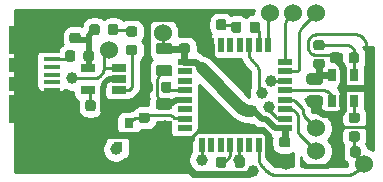
<source format=gbr>
%TF.GenerationSoftware,KiCad,Pcbnew,5.1.9+dfsg1-1*%
%TF.CreationDate,2022-10-17T14:31:48+03:00*%
%TF.ProjectId,SC-STM32L412K8,53432d53-544d-4333-924c-3431324b382e,rev?*%
%TF.SameCoordinates,Original*%
%TF.FileFunction,Copper,L1,Top*%
%TF.FilePolarity,Positive*%
%FSLAX46Y46*%
G04 Gerber Fmt 4.6, Leading zero omitted, Abs format (unit mm)*
G04 Created by KiCad (PCBNEW 5.1.9+dfsg1-1) date 2022-10-17 14:31:48*
%MOMM*%
%LPD*%
G01*
G04 APERTURE LIST*
%TA.AperFunction,SMDPad,CuDef*%
%ADD10C,1.524000*%
%TD*%
%TA.AperFunction,SMDPad,CuDef*%
%ADD11R,0.800000X0.900000*%
%TD*%
%TA.AperFunction,SMDPad,CuDef*%
%ADD12R,0.650000X1.060000*%
%TD*%
%TA.AperFunction,SMDPad,CuDef*%
%ADD13R,1.220000X0.650000*%
%TD*%
%TA.AperFunction,SMDPad,CuDef*%
%ADD14R,1.900000X1.175000*%
%TD*%
%TA.AperFunction,SMDPad,CuDef*%
%ADD15R,1.900000X2.375000*%
%TD*%
%TA.AperFunction,SMDPad,CuDef*%
%ADD16R,2.100000X1.475000*%
%TD*%
%TA.AperFunction,SMDPad,CuDef*%
%ADD17R,1.380000X0.450000*%
%TD*%
%TA.AperFunction,SMDPad,CuDef*%
%ADD18R,0.600000X1.200000*%
%TD*%
%TA.AperFunction,SMDPad,CuDef*%
%ADD19R,1.200000X0.600000*%
%TD*%
%TA.AperFunction,ViaPad*%
%ADD20C,0.800000*%
%TD*%
%TA.AperFunction,ViaPad*%
%ADD21C,1.000000*%
%TD*%
%TA.AperFunction,Conductor*%
%ADD22C,0.250000*%
%TD*%
%TA.AperFunction,Conductor*%
%ADD23C,0.600000*%
%TD*%
%TA.AperFunction,Conductor*%
%ADD24C,0.500000*%
%TD*%
%TA.AperFunction,Conductor*%
%ADD25C,0.300000*%
%TD*%
%TA.AperFunction,Conductor*%
%ADD26C,0.400000*%
%TD*%
%TA.AperFunction,Conductor*%
%ADD27C,0.800000*%
%TD*%
%TA.AperFunction,Conductor*%
%ADD28C,1.000000*%
%TD*%
%TA.AperFunction,Conductor*%
%ADD29C,0.254000*%
%TD*%
%TA.AperFunction,Conductor*%
%ADD30C,0.100000*%
%TD*%
G04 APERTURE END LIST*
%TO.P,C17,2*%
%TO.N,GND*%
%TA.AperFunction,SMDPad,CuDef*%
G36*
G01*
X42665460Y-55725000D02*
X42165460Y-55725000D01*
G75*
G02*
X41940460Y-55500000I0J225000D01*
G01*
X41940460Y-55050000D01*
G75*
G02*
X42165460Y-54825000I225000J0D01*
G01*
X42665460Y-54825000D01*
G75*
G02*
X42890460Y-55050000I0J-225000D01*
G01*
X42890460Y-55500000D01*
G75*
G02*
X42665460Y-55725000I-225000J0D01*
G01*
G37*
%TD.AperFunction*%
%TO.P,C17,1*%
%TO.N,+3V3*%
%TA.AperFunction,SMDPad,CuDef*%
G36*
G01*
X42665460Y-57275000D02*
X42165460Y-57275000D01*
G75*
G02*
X41940460Y-57050000I0J225000D01*
G01*
X41940460Y-56600000D01*
G75*
G02*
X42165460Y-56375000I225000J0D01*
G01*
X42665460Y-56375000D01*
G75*
G02*
X42890460Y-56600000I0J-225000D01*
G01*
X42890460Y-57050000D01*
G75*
G02*
X42665460Y-57275000I-225000J0D01*
G01*
G37*
%TD.AperFunction*%
%TD*%
%TO.P,C16,2*%
%TO.N,GND*%
%TA.AperFunction,SMDPad,CuDef*%
G36*
G01*
X50650000Y-65850000D02*
X51150000Y-65850000D01*
G75*
G02*
X51375000Y-66075000I0J-225000D01*
G01*
X51375000Y-66525000D01*
G75*
G02*
X51150000Y-66750000I-225000J0D01*
G01*
X50650000Y-66750000D01*
G75*
G02*
X50425000Y-66525000I0J225000D01*
G01*
X50425000Y-66075000D01*
G75*
G02*
X50650000Y-65850000I225000J0D01*
G01*
G37*
%TD.AperFunction*%
%TO.P,C16,1*%
%TO.N,+3V3*%
%TA.AperFunction,SMDPad,CuDef*%
G36*
G01*
X50650000Y-64300000D02*
X51150000Y-64300000D01*
G75*
G02*
X51375000Y-64525000I0J-225000D01*
G01*
X51375000Y-64975000D01*
G75*
G02*
X51150000Y-65200000I-225000J0D01*
G01*
X50650000Y-65200000D01*
G75*
G02*
X50425000Y-64975000I0J225000D01*
G01*
X50425000Y-64525000D01*
G75*
G02*
X50650000Y-64300000I225000J0D01*
G01*
G37*
%TD.AperFunction*%
%TD*%
%TO.P,C4,2*%
%TO.N,Net-(C4-Pad2)*%
%TA.AperFunction,SMDPad,CuDef*%
G36*
G01*
X32907160Y-55483640D02*
X33407160Y-55483640D01*
G75*
G02*
X33632160Y-55708640I0J-225000D01*
G01*
X33632160Y-56158640D01*
G75*
G02*
X33407160Y-56383640I-225000J0D01*
G01*
X32907160Y-56383640D01*
G75*
G02*
X32682160Y-56158640I0J225000D01*
G01*
X32682160Y-55708640D01*
G75*
G02*
X32907160Y-55483640I225000J0D01*
G01*
G37*
%TD.AperFunction*%
%TO.P,C4,1*%
%TO.N,GND*%
%TA.AperFunction,SMDPad,CuDef*%
G36*
G01*
X32907160Y-53933640D02*
X33407160Y-53933640D01*
G75*
G02*
X33632160Y-54158640I0J-225000D01*
G01*
X33632160Y-54608640D01*
G75*
G02*
X33407160Y-54833640I-225000J0D01*
G01*
X32907160Y-54833640D01*
G75*
G02*
X32682160Y-54608640I0J225000D01*
G01*
X32682160Y-54158640D01*
G75*
G02*
X32907160Y-53933640I225000J0D01*
G01*
G37*
%TD.AperFunction*%
%TD*%
%TO.P,D7,2*%
%TO.N,Net-(D7-Pad2)*%
%TA.AperFunction,SMDPad,CuDef*%
G36*
G01*
X45092100Y-55061830D02*
X45092100Y-54549330D01*
G75*
G02*
X45310850Y-54330580I218750J0D01*
G01*
X45748350Y-54330580D01*
G75*
G02*
X45967100Y-54549330I0J-218750D01*
G01*
X45967100Y-55061830D01*
G75*
G02*
X45748350Y-55280580I-218750J0D01*
G01*
X45310850Y-55280580D01*
G75*
G02*
X45092100Y-55061830I0J218750D01*
G01*
G37*
%TD.AperFunction*%
%TO.P,D7,1*%
%TO.N,GND*%
%TA.AperFunction,SMDPad,CuDef*%
G36*
G01*
X43517100Y-55061830D02*
X43517100Y-54549330D01*
G75*
G02*
X43735850Y-54330580I218750J0D01*
G01*
X44173350Y-54330580D01*
G75*
G02*
X44392100Y-54549330I0J-218750D01*
G01*
X44392100Y-55061830D01*
G75*
G02*
X44173350Y-55280580I-218750J0D01*
G01*
X43735850Y-55280580D01*
G75*
G02*
X43517100Y-55061830I0J218750D01*
G01*
G37*
%TD.AperFunction*%
%TD*%
%TO.P,D1,2*%
%TO.N,Net-(D1-Pad2)*%
%TA.AperFunction,SMDPad,CuDef*%
G36*
G01*
X38208930Y-55814480D02*
X37696430Y-55814480D01*
G75*
G02*
X37477680Y-55595730I0J218750D01*
G01*
X37477680Y-55158230D01*
G75*
G02*
X37696430Y-54939480I218750J0D01*
G01*
X38208930Y-54939480D01*
G75*
G02*
X38427680Y-55158230I0J-218750D01*
G01*
X38427680Y-55595730D01*
G75*
G02*
X38208930Y-55814480I-218750J0D01*
G01*
G37*
%TD.AperFunction*%
%TO.P,D1,1*%
%TO.N,Net-(D1-Pad1)*%
%TA.AperFunction,SMDPad,CuDef*%
G36*
G01*
X38208930Y-57389480D02*
X37696430Y-57389480D01*
G75*
G02*
X37477680Y-57170730I0J218750D01*
G01*
X37477680Y-56733230D01*
G75*
G02*
X37696430Y-56514480I218750J0D01*
G01*
X38208930Y-56514480D01*
G75*
G02*
X38427680Y-56733230I0J-218750D01*
G01*
X38427680Y-57170730D01*
G75*
G02*
X38208930Y-57389480I-218750J0D01*
G01*
G37*
%TD.AperFunction*%
%TD*%
D10*
%TO.P,J15,1*%
%TO.N,GND*%
X40132000Y-65699640D03*
%TD*%
%TO.P,J14,1*%
%TO.N,GND*%
X32222440Y-65338960D03*
%TD*%
D11*
%TO.P,Q1,3*%
%TO.N,Net-(J11-Pad1)*%
X36753800Y-65160400D03*
%TO.P,Q1,2*%
%TO.N,GND*%
X35803800Y-63160400D03*
%TO.P,Q1,1*%
%TO.N,Vibro*%
X37703800Y-63160400D03*
%TD*%
%TO.P,R20,2*%
%TO.N,bl*%
%TA.AperFunction,SMDPad,CuDef*%
G36*
G01*
X46664360Y-66712810D02*
X46664360Y-66200310D01*
G75*
G02*
X46883110Y-65981560I218750J0D01*
G01*
X47320610Y-65981560D01*
G75*
G02*
X47539360Y-66200310I0J-218750D01*
G01*
X47539360Y-66712810D01*
G75*
G02*
X47320610Y-66931560I-218750J0D01*
G01*
X46883110Y-66931560D01*
G75*
G02*
X46664360Y-66712810I0J218750D01*
G01*
G37*
%TD.AperFunction*%
%TO.P,R20,1*%
%TO.N,com*%
%TA.AperFunction,SMDPad,CuDef*%
G36*
G01*
X45089360Y-66712810D02*
X45089360Y-66200310D01*
G75*
G02*
X45308110Y-65981560I218750J0D01*
G01*
X45745610Y-65981560D01*
G75*
G02*
X45964360Y-66200310I0J-218750D01*
G01*
X45964360Y-66712810D01*
G75*
G02*
X45745610Y-66931560I-218750J0D01*
G01*
X45308110Y-66931560D01*
G75*
G02*
X45089360Y-66712810I0J218750D01*
G01*
G37*
%TD.AperFunction*%
%TD*%
D10*
%TO.P,J12,1*%
%TO.N,+3V3*%
X40589200Y-55473600D03*
%TD*%
%TO.P,R16,2*%
%TO.N,Vibro*%
%TA.AperFunction,SMDPad,CuDef*%
G36*
G01*
X39270650Y-63124600D02*
X38758150Y-63124600D01*
G75*
G02*
X38539400Y-62905850I0J218750D01*
G01*
X38539400Y-62468350D01*
G75*
G02*
X38758150Y-62249600I218750J0D01*
G01*
X39270650Y-62249600D01*
G75*
G02*
X39489400Y-62468350I0J-218750D01*
G01*
X39489400Y-62905850D01*
G75*
G02*
X39270650Y-63124600I-218750J0D01*
G01*
G37*
%TD.AperFunction*%
%TO.P,R16,1*%
%TO.N,GND*%
%TA.AperFunction,SMDPad,CuDef*%
G36*
G01*
X39270650Y-64699600D02*
X38758150Y-64699600D01*
G75*
G02*
X38539400Y-64480850I0J218750D01*
G01*
X38539400Y-64043350D01*
G75*
G02*
X38758150Y-63824600I218750J0D01*
G01*
X39270650Y-63824600D01*
G75*
G02*
X39489400Y-64043350I0J-218750D01*
G01*
X39489400Y-64480850D01*
G75*
G02*
X39270650Y-64699600I-218750J0D01*
G01*
G37*
%TD.AperFunction*%
%TD*%
D12*
%TO.P,U4,5*%
%TO.N,+3V3*%
X54881740Y-59070060D03*
%TO.P,U4,4*%
%TO.N,Net-(R7-Pad2)*%
X56781740Y-59070060D03*
%TO.P,U4,3*%
%TO.N,Net-(R9-Pad1)*%
X56781740Y-61270060D03*
%TO.P,U4,2*%
%TO.N,GND*%
X55831740Y-61270060D03*
%TO.P,U4,1*%
%TO.N,Net-(D6-Pad21)*%
X54881740Y-61270060D03*
%TD*%
%TO.P,R14,2*%
%TO.N,Net-(D6-Pad26)*%
%TA.AperFunction,SMDPad,CuDef*%
G36*
G01*
X47941980Y-55285350D02*
X47941980Y-54772850D01*
G75*
G02*
X48160730Y-54554100I218750J0D01*
G01*
X48598230Y-54554100D01*
G75*
G02*
X48816980Y-54772850I0J-218750D01*
G01*
X48816980Y-55285350D01*
G75*
G02*
X48598230Y-55504100I-218750J0D01*
G01*
X48160730Y-55504100D01*
G75*
G02*
X47941980Y-55285350I0J218750D01*
G01*
G37*
%TD.AperFunction*%
%TO.P,R14,1*%
%TO.N,Net-(D7-Pad2)*%
%TA.AperFunction,SMDPad,CuDef*%
G36*
G01*
X46366980Y-55285350D02*
X46366980Y-54772850D01*
G75*
G02*
X46585730Y-54554100I218750J0D01*
G01*
X47023230Y-54554100D01*
G75*
G02*
X47241980Y-54772850I0J-218750D01*
G01*
X47241980Y-55285350D01*
G75*
G02*
X47023230Y-55504100I-218750J0D01*
G01*
X46585730Y-55504100D01*
G75*
G02*
X46366980Y-55285350I0J218750D01*
G01*
G37*
%TD.AperFunction*%
%TD*%
D10*
%TO.P,J9,1*%
%TO.N,Net-(D6-Pad25)*%
X49659540Y-53835300D03*
%TD*%
%TO.P,J8,1*%
%TO.N,AIn*%
X57591960Y-66583560D03*
%TD*%
%TO.P,J7,1*%
%TO.N,Net-(C13-Pad1)*%
X36007040Y-56911240D03*
%TD*%
D13*
%TO.P,U3,5*%
%TO.N,Net-(R1-Pad1)*%
X34239840Y-60350440D03*
%TO.P,U3,4*%
%TO.N,Net-(C4-Pad2)*%
X34239840Y-58450440D03*
%TO.P,U3,3*%
%TO.N,Net-(C13-Pad1)*%
X36859840Y-58450440D03*
%TO.P,U3,2*%
%TO.N,GND*%
X36859840Y-59400440D03*
%TO.P,U3,1*%
%TO.N,Net-(D1-Pad1)*%
X36859840Y-60350440D03*
%TD*%
%TO.P,R9,2*%
%TO.N,AIn*%
%TA.AperFunction,SMDPad,CuDef*%
G36*
G01*
X56538150Y-63829680D02*
X57050650Y-63829680D01*
G75*
G02*
X57269400Y-64048430I0J-218750D01*
G01*
X57269400Y-64485930D01*
G75*
G02*
X57050650Y-64704680I-218750J0D01*
G01*
X56538150Y-64704680D01*
G75*
G02*
X56319400Y-64485930I0J218750D01*
G01*
X56319400Y-64048430D01*
G75*
G02*
X56538150Y-63829680I218750J0D01*
G01*
G37*
%TD.AperFunction*%
%TO.P,R9,1*%
%TO.N,Net-(R9-Pad1)*%
%TA.AperFunction,SMDPad,CuDef*%
G36*
G01*
X56538150Y-62254680D02*
X57050650Y-62254680D01*
G75*
G02*
X57269400Y-62473430I0J-218750D01*
G01*
X57269400Y-62910930D01*
G75*
G02*
X57050650Y-63129680I-218750J0D01*
G01*
X56538150Y-63129680D01*
G75*
G02*
X56319400Y-62910930I0J218750D01*
G01*
X56319400Y-62473430D01*
G75*
G02*
X56538150Y-62254680I218750J0D01*
G01*
G37*
%TD.AperFunction*%
%TD*%
%TO.P,R8,2*%
%TO.N,GND*%
%TA.AperFunction,SMDPad,CuDef*%
G36*
G01*
X55626520Y-57356030D02*
X55626520Y-57868530D01*
G75*
G02*
X55407770Y-58087280I-218750J0D01*
G01*
X54970270Y-58087280D01*
G75*
G02*
X54751520Y-57868530I0J218750D01*
G01*
X54751520Y-57356030D01*
G75*
G02*
X54970270Y-57137280I218750J0D01*
G01*
X55407770Y-57137280D01*
G75*
G02*
X55626520Y-57356030I0J-218750D01*
G01*
G37*
%TD.AperFunction*%
%TO.P,R8,1*%
%TO.N,Net-(R7-Pad2)*%
%TA.AperFunction,SMDPad,CuDef*%
G36*
G01*
X57201520Y-57356030D02*
X57201520Y-57868530D01*
G75*
G02*
X56982770Y-58087280I-218750J0D01*
G01*
X56545270Y-58087280D01*
G75*
G02*
X56326520Y-57868530I0J218750D01*
G01*
X56326520Y-57356030D01*
G75*
G02*
X56545270Y-57137280I218750J0D01*
G01*
X56982770Y-57137280D01*
G75*
G02*
X57201520Y-57356030I0J-218750D01*
G01*
G37*
%TD.AperFunction*%
%TD*%
%TO.P,R7,2*%
%TO.N,Net-(R7-Pad2)*%
%TA.AperFunction,SMDPad,CuDef*%
G36*
G01*
X54066150Y-56990500D02*
X53553650Y-56990500D01*
G75*
G02*
X53334900Y-56771750I0J218750D01*
G01*
X53334900Y-56334250D01*
G75*
G02*
X53553650Y-56115500I218750J0D01*
G01*
X54066150Y-56115500D01*
G75*
G02*
X54284900Y-56334250I0J-218750D01*
G01*
X54284900Y-56771750D01*
G75*
G02*
X54066150Y-56990500I-218750J0D01*
G01*
G37*
%TD.AperFunction*%
%TO.P,R7,1*%
%TO.N,+3V3*%
%TA.AperFunction,SMDPad,CuDef*%
G36*
G01*
X54066150Y-58565500D02*
X53553650Y-58565500D01*
G75*
G02*
X53334900Y-58346750I0J218750D01*
G01*
X53334900Y-57909250D01*
G75*
G02*
X53553650Y-57690500I218750J0D01*
G01*
X54066150Y-57690500D01*
G75*
G02*
X54284900Y-57909250I0J-218750D01*
G01*
X54284900Y-58346750D01*
G75*
G02*
X54066150Y-58565500I-218750J0D01*
G01*
G37*
%TD.AperFunction*%
%TD*%
%TO.P,R6,2*%
%TO.N,Net-(J1-Pad1)*%
%TA.AperFunction,SMDPad,CuDef*%
G36*
G01*
X33172920Y-57203630D02*
X33172920Y-57716130D01*
G75*
G02*
X32954170Y-57934880I-218750J0D01*
G01*
X32516670Y-57934880D01*
G75*
G02*
X32297920Y-57716130I0J218750D01*
G01*
X32297920Y-57203630D01*
G75*
G02*
X32516670Y-56984880I218750J0D01*
G01*
X32954170Y-56984880D01*
G75*
G02*
X33172920Y-57203630I0J-218750D01*
G01*
G37*
%TD.AperFunction*%
%TO.P,R6,1*%
%TO.N,Net-(C4-Pad2)*%
%TA.AperFunction,SMDPad,CuDef*%
G36*
G01*
X34747920Y-57203630D02*
X34747920Y-57716130D01*
G75*
G02*
X34529170Y-57934880I-218750J0D01*
G01*
X34091670Y-57934880D01*
G75*
G02*
X33872920Y-57716130I0J218750D01*
G01*
X33872920Y-57203630D01*
G75*
G02*
X34091670Y-56984880I218750J0D01*
G01*
X34529170Y-56984880D01*
G75*
G02*
X34747920Y-57203630I0J-218750D01*
G01*
G37*
%TD.AperFunction*%
%TD*%
%TO.P,R4,2*%
%TO.N,Net-(D1-Pad2)*%
%TA.AperFunction,SMDPad,CuDef*%
G36*
G01*
X35935400Y-55475850D02*
X35935400Y-54963350D01*
G75*
G02*
X36154150Y-54744600I218750J0D01*
G01*
X36591650Y-54744600D01*
G75*
G02*
X36810400Y-54963350I0J-218750D01*
G01*
X36810400Y-55475850D01*
G75*
G02*
X36591650Y-55694600I-218750J0D01*
G01*
X36154150Y-55694600D01*
G75*
G02*
X35935400Y-55475850I0J218750D01*
G01*
G37*
%TD.AperFunction*%
%TO.P,R4,1*%
%TO.N,Net-(C4-Pad2)*%
%TA.AperFunction,SMDPad,CuDef*%
G36*
G01*
X34360400Y-55475850D02*
X34360400Y-54963350D01*
G75*
G02*
X34579150Y-54744600I218750J0D01*
G01*
X35016650Y-54744600D01*
G75*
G02*
X35235400Y-54963350I0J-218750D01*
G01*
X35235400Y-55475850D01*
G75*
G02*
X35016650Y-55694600I-218750J0D01*
G01*
X34579150Y-55694600D01*
G75*
G02*
X34360400Y-55475850I0J218750D01*
G01*
G37*
%TD.AperFunction*%
%TD*%
%TO.P,R2,2*%
%TO.N,GND*%
%TA.AperFunction,SMDPad,CuDef*%
G36*
G01*
X55753520Y-65326550D02*
X55753520Y-65839050D01*
G75*
G02*
X55534770Y-66057800I-218750J0D01*
G01*
X55097270Y-66057800D01*
G75*
G02*
X54878520Y-65839050I0J218750D01*
G01*
X54878520Y-65326550D01*
G75*
G02*
X55097270Y-65107800I218750J0D01*
G01*
X55534770Y-65107800D01*
G75*
G02*
X55753520Y-65326550I0J-218750D01*
G01*
G37*
%TD.AperFunction*%
%TO.P,R2,1*%
%TO.N,AIn*%
%TA.AperFunction,SMDPad,CuDef*%
G36*
G01*
X57328520Y-65326550D02*
X57328520Y-65839050D01*
G75*
G02*
X57109770Y-66057800I-218750J0D01*
G01*
X56672270Y-66057800D01*
G75*
G02*
X56453520Y-65839050I0J218750D01*
G01*
X56453520Y-65326550D01*
G75*
G02*
X56672270Y-65107800I218750J0D01*
G01*
X57109770Y-65107800D01*
G75*
G02*
X57328520Y-65326550I0J-218750D01*
G01*
G37*
%TD.AperFunction*%
%TD*%
%TO.P,R1,2*%
%TO.N,GND*%
%TA.AperFunction,SMDPad,CuDef*%
G36*
G01*
X33320240Y-61394630D02*
X33320240Y-61907130D01*
G75*
G02*
X33101490Y-62125880I-218750J0D01*
G01*
X32663990Y-62125880D01*
G75*
G02*
X32445240Y-61907130I0J218750D01*
G01*
X32445240Y-61394630D01*
G75*
G02*
X32663990Y-61175880I218750J0D01*
G01*
X33101490Y-61175880D01*
G75*
G02*
X33320240Y-61394630I0J-218750D01*
G01*
G37*
%TD.AperFunction*%
%TO.P,R1,1*%
%TO.N,Net-(R1-Pad1)*%
%TA.AperFunction,SMDPad,CuDef*%
G36*
G01*
X34895240Y-61394630D02*
X34895240Y-61907130D01*
G75*
G02*
X34676490Y-62125880I-218750J0D01*
G01*
X34238990Y-62125880D01*
G75*
G02*
X34020240Y-61907130I0J218750D01*
G01*
X34020240Y-61394630D01*
G75*
G02*
X34238990Y-61175880I218750J0D01*
G01*
X34676490Y-61175880D01*
G75*
G02*
X34895240Y-61394630I0J-218750D01*
G01*
G37*
%TD.AperFunction*%
%TD*%
%TO.P,L4,2*%
%TO.N,Net-(C18-Pad2)*%
%TA.AperFunction,SMDPad,CuDef*%
G36*
G01*
X40242170Y-58217220D02*
X41154670Y-58217220D01*
G75*
G02*
X41398420Y-58460970I0J-243750D01*
G01*
X41398420Y-58948470D01*
G75*
G02*
X41154670Y-59192220I-243750J0D01*
G01*
X40242170Y-59192220D01*
G75*
G02*
X39998420Y-58948470I0J243750D01*
G01*
X39998420Y-58460970D01*
G75*
G02*
X40242170Y-58217220I243750J0D01*
G01*
G37*
%TD.AperFunction*%
%TO.P,L4,1*%
%TO.N,+3V3*%
%TA.AperFunction,SMDPad,CuDef*%
G36*
G01*
X40242170Y-56342220D02*
X41154670Y-56342220D01*
G75*
G02*
X41398420Y-56585970I0J-243750D01*
G01*
X41398420Y-57073470D01*
G75*
G02*
X41154670Y-57317220I-243750J0D01*
G01*
X40242170Y-57317220D01*
G75*
G02*
X39998420Y-57073470I0J243750D01*
G01*
X39998420Y-56585970D01*
G75*
G02*
X40242170Y-56342220I243750J0D01*
G01*
G37*
%TD.AperFunction*%
%TD*%
D10*
%TO.P,J6,1*%
%TO.N,Net-(D6-Pad24)*%
X51603910Y-53835300D03*
%TD*%
%TO.P,J5,1*%
%TO.N,Net-(D6-Pad23)*%
X53548280Y-53835300D03*
%TD*%
%TO.P,J4,1*%
%TO.N,Net-(D6-Pad20)*%
X53558440Y-63566040D03*
%TD*%
%TO.P,J3,1*%
%TO.N,Net-(D6-Pad19)*%
X53558440Y-65506600D03*
%TD*%
D14*
%TO.P,J1,6*%
%TO.N,GND*%
X28526740Y-59867900D03*
X28526740Y-58187900D03*
D15*
X28526740Y-61937900D03*
X28526740Y-56117900D03*
D16*
X30826740Y-61490400D03*
X30826740Y-56565400D03*
D17*
%TO.P,J1,5*%
X31186740Y-60327900D03*
%TO.P,J1,4*%
%TO.N,N/C*%
X31186740Y-59677900D03*
%TO.P,J1,3*%
X31186740Y-59027900D03*
%TO.P,J1,2*%
X31186740Y-58377900D03*
%TO.P,J1,1*%
%TO.N,Net-(J1-Pad1)*%
X31186740Y-57727900D03*
%TD*%
D18*
%TO.P,D6,32*%
%TO.N,GND*%
X43892820Y-56514420D03*
%TO.P,D6,31*%
X44692820Y-56514420D03*
%TO.P,D6,30*%
%TO.N,N/C*%
X45492820Y-56514420D03*
%TO.P,D6,29*%
X46292820Y-56514420D03*
%TO.P,D6,28*%
X47092820Y-56514420D03*
%TO.P,D6,27*%
%TO.N,SC*%
X47892820Y-56514420D03*
%TO.P,D6,26*%
%TO.N,Net-(D6-Pad26)*%
X48692820Y-56514420D03*
%TO.P,D6,25*%
%TO.N,Net-(D6-Pad25)*%
X49492820Y-56514420D03*
D19*
%TO.P,D6,24*%
%TO.N,Net-(D6-Pad24)*%
X50942820Y-57964420D03*
%TO.P,D6,23*%
%TO.N,Net-(D6-Pad23)*%
X50942820Y-58764420D03*
%TO.P,D6,22*%
%TO.N,CS*%
X50942820Y-59564420D03*
%TO.P,D6,21*%
%TO.N,Net-(D6-Pad21)*%
X50942820Y-60364420D03*
%TO.P,D6,20*%
%TO.N,Net-(D6-Pad20)*%
X50942820Y-61164420D03*
%TO.P,D6,19*%
%TO.N,Net-(D6-Pad19)*%
X50942820Y-61964420D03*
%TO.P,D6,18*%
%TO.N,DI*%
X50942820Y-62764420D03*
%TO.P,D6,17*%
%TO.N,+3V3*%
X50942820Y-63564420D03*
D18*
%TO.P,D6,16*%
%TO.N,GND*%
X49492820Y-65014420D03*
%TO.P,D6,15*%
%TO.N,AIn*%
X48692820Y-65014420D03*
%TO.P,D6,14*%
%TO.N,N/C*%
X47892820Y-65014420D03*
%TO.P,D6,13*%
%TO.N,bl*%
X47092820Y-65014420D03*
%TO.P,D6,12*%
%TO.N,com*%
X46292820Y-65014420D03*
%TO.P,D6,11*%
%TO.N,N/C*%
X45492820Y-65014420D03*
%TO.P,D6,10*%
X44692820Y-65014420D03*
%TO.P,D6,9*%
%TO.N,Buzer*%
X43892820Y-65014420D03*
D19*
%TO.P,D6,8*%
%TO.N,N/C*%
X42442820Y-63564420D03*
%TO.P,D6,7*%
%TO.N,Vibro*%
X42442820Y-62764420D03*
%TO.P,D6,6*%
%TO.N,N/C*%
X42442820Y-61964420D03*
%TO.P,D6,5*%
%TO.N,Net-(C18-Pad2)*%
X42442820Y-61164420D03*
%TO.P,D6,4*%
%TO.N,Net-(C20-Pad2)*%
X42442820Y-60364420D03*
%TO.P,D6,3*%
%TO.N,N/C*%
X42442820Y-59564420D03*
%TO.P,D6,2*%
X42442820Y-58764420D03*
%TO.P,D6,1*%
%TO.N,+3V3*%
X42442820Y-57964420D03*
%TD*%
%TO.P,C20,2*%
%TO.N,Net-(C20-Pad2)*%
%TA.AperFunction,SMDPad,CuDef*%
G36*
G01*
X40438820Y-60365350D02*
X40438820Y-59852850D01*
G75*
G02*
X40657570Y-59634100I218750J0D01*
G01*
X41095070Y-59634100D01*
G75*
G02*
X41313820Y-59852850I0J-218750D01*
G01*
X41313820Y-60365350D01*
G75*
G02*
X41095070Y-60584100I-218750J0D01*
G01*
X40657570Y-60584100D01*
G75*
G02*
X40438820Y-60365350I0J218750D01*
G01*
G37*
%TD.AperFunction*%
%TO.P,C20,1*%
%TO.N,GND*%
%TA.AperFunction,SMDPad,CuDef*%
G36*
G01*
X38863820Y-60365350D02*
X38863820Y-59852850D01*
G75*
G02*
X39082570Y-59634100I218750J0D01*
G01*
X39520070Y-59634100D01*
G75*
G02*
X39738820Y-59852850I0J-218750D01*
G01*
X39738820Y-60365350D01*
G75*
G02*
X39520070Y-60584100I-218750J0D01*
G01*
X39082570Y-60584100D01*
G75*
G02*
X38863820Y-60365350I0J218750D01*
G01*
G37*
%TD.AperFunction*%
%TD*%
%TO.P,C18,2*%
%TO.N,Net-(C18-Pad2)*%
%TA.AperFunction,SMDPad,CuDef*%
G36*
G01*
X41149590Y-62021300D02*
X40237090Y-62021300D01*
G75*
G02*
X39993340Y-61777550I0J243750D01*
G01*
X39993340Y-61290050D01*
G75*
G02*
X40237090Y-61046300I243750J0D01*
G01*
X41149590Y-61046300D01*
G75*
G02*
X41393340Y-61290050I0J-243750D01*
G01*
X41393340Y-61777550D01*
G75*
G02*
X41149590Y-62021300I-243750J0D01*
G01*
G37*
%TD.AperFunction*%
%TO.P,C18,1*%
%TO.N,GND*%
%TA.AperFunction,SMDPad,CuDef*%
G36*
G01*
X41149590Y-63896300D02*
X40237090Y-63896300D01*
G75*
G02*
X39993340Y-63652550I0J243750D01*
G01*
X39993340Y-63165050D01*
G75*
G02*
X40237090Y-62921300I243750J0D01*
G01*
X41149590Y-62921300D01*
G75*
G02*
X41393340Y-63165050I0J-243750D01*
G01*
X41393340Y-63652550D01*
G75*
G02*
X41149590Y-63896300I-243750J0D01*
G01*
G37*
%TD.AperFunction*%
%TD*%
%TO.P,C12,2*%
%TO.N,GND*%
%TA.AperFunction,SMDPad,CuDef*%
G36*
G01*
X52982810Y-60792780D02*
X53895310Y-60792780D01*
G75*
G02*
X54139060Y-61036530I0J-243750D01*
G01*
X54139060Y-61524030D01*
G75*
G02*
X53895310Y-61767780I-243750J0D01*
G01*
X52982810Y-61767780D01*
G75*
G02*
X52739060Y-61524030I0J243750D01*
G01*
X52739060Y-61036530D01*
G75*
G02*
X52982810Y-60792780I243750J0D01*
G01*
G37*
%TD.AperFunction*%
%TO.P,C12,1*%
%TO.N,+3V3*%
%TA.AperFunction,SMDPad,CuDef*%
G36*
G01*
X52982810Y-58917780D02*
X53895310Y-58917780D01*
G75*
G02*
X54139060Y-59161530I0J-243750D01*
G01*
X54139060Y-59649030D01*
G75*
G02*
X53895310Y-59892780I-243750J0D01*
G01*
X52982810Y-59892780D01*
G75*
G02*
X52739060Y-59649030I0J243750D01*
G01*
X52739060Y-59161530D01*
G75*
G02*
X52982810Y-58917780I243750J0D01*
G01*
G37*
%TD.AperFunction*%
%TD*%
D20*
%TO.N,GND*%
X28650000Y-55500000D03*
X42296080Y-54985920D03*
D21*
X48249840Y-67208400D03*
X51005740Y-66611500D03*
X40750000Y-63425000D03*
X30200000Y-63150000D03*
X55831740Y-60170060D03*
D20*
X46527720Y-58577480D03*
X53428900Y-61328300D03*
D21*
X47015400Y-63487300D03*
X44550000Y-61525000D03*
%TO.N,Net-(C13-Pad1)*%
X32923480Y-59354720D03*
%TO.N,Net-(J11-Pad1)*%
X36600000Y-65350000D03*
%TO.N,Buzer*%
X43891200Y-66243200D03*
%TO.N,bl*%
X47076360Y-66243200D03*
%TO.N,+3V3*%
X53624480Y-59390280D03*
D20*
X50890050Y-64733050D03*
D21*
X48097440Y-62138560D03*
%TO.N,DI*%
X49580800Y-61767720D03*
%TO.N,SC*%
X49009300Y-60604400D03*
%TO.N,CS*%
X49758600Y-59537600D03*
%TD*%
D22*
%TO.N,GND*%
X53017420Y-61241940D02*
X53017420Y-61241940D01*
X49492820Y-65014420D02*
X49507480Y-65014420D01*
X53017420Y-61241940D02*
X53240940Y-61241940D01*
D23*
X43892820Y-56514420D02*
X44291940Y-56514420D01*
X44291940Y-56514420D02*
X44692820Y-56514420D01*
D24*
X49492820Y-65014420D02*
X49492820Y-66048540D01*
X50053480Y-66609200D02*
X50985420Y-66609200D01*
X49492820Y-66048540D02*
X50053480Y-66609200D01*
D22*
X55786020Y-61168460D02*
X55735220Y-61219260D01*
X55079800Y-57558940D02*
X55079800Y-57584240D01*
D23*
X55831740Y-60170060D02*
X55831740Y-61270060D01*
D22*
X31186740Y-61130400D02*
X30826740Y-61490400D01*
X31186740Y-60327900D02*
X31186740Y-61130400D01*
X42638980Y-54805580D02*
X42395140Y-55049420D01*
X43804600Y-54805580D02*
X42638980Y-54805580D01*
X40236140Y-64493140D02*
X40215820Y-64472820D01*
X43159680Y-64460120D02*
X43035220Y-64584580D01*
X43159680Y-64297560D02*
X43159680Y-64460120D01*
D25*
X43695620Y-63761620D02*
X43159680Y-64297560D01*
X43159680Y-64297560D02*
X42964100Y-64493140D01*
D24*
X49492820Y-65014420D02*
X49492820Y-64141738D01*
D22*
X55189020Y-57612280D02*
X55173880Y-57612280D01*
X55173880Y-57612280D02*
X54899560Y-57337960D01*
D23*
X57569100Y-60170060D02*
X55831740Y-60170060D01*
D22*
X57774840Y-59964320D02*
X57569100Y-60170060D01*
X56941440Y-55631080D02*
X56976977Y-55631952D01*
X56976977Y-55631952D02*
X57012430Y-55634567D01*
X57012430Y-55634567D02*
X57047711Y-55638919D01*
X57047711Y-55638919D02*
X57082736Y-55644996D01*
X57082736Y-55644996D02*
X57117421Y-55652785D01*
X57117421Y-55652785D02*
X57151682Y-55662266D01*
X57151682Y-55662266D02*
X57185437Y-55673417D01*
X57185437Y-55673417D02*
X57218603Y-55686211D01*
X57218603Y-55686211D02*
X57251102Y-55700617D01*
X57251102Y-55700617D02*
X57282855Y-55716600D01*
X57282855Y-55716600D02*
X57313786Y-55734122D01*
X57313786Y-55734122D02*
X57343819Y-55753140D01*
X57343819Y-55753140D02*
X57372883Y-55773609D01*
X57372883Y-55773609D02*
X57400908Y-55795480D01*
X57400908Y-55795480D02*
X57427825Y-55818699D01*
X57427825Y-55818699D02*
X57453572Y-55843212D01*
X57774840Y-56464480D02*
X57774840Y-59964320D01*
X57774840Y-56464480D02*
X57773967Y-56428941D01*
X57773967Y-56428941D02*
X57771352Y-56393489D01*
X57771352Y-56393489D02*
X57767000Y-56358208D01*
X57767000Y-56358208D02*
X57760923Y-56323182D01*
X57760923Y-56323182D02*
X57753134Y-56288497D01*
X57753134Y-56288497D02*
X57743653Y-56254236D01*
X57743653Y-56254236D02*
X57732502Y-56220482D01*
X57732502Y-56220482D02*
X57719708Y-56187315D01*
X57719708Y-56187315D02*
X57705302Y-56154816D01*
X57705302Y-56154816D02*
X57689319Y-56123063D01*
X57689319Y-56123063D02*
X57671797Y-56092132D01*
X57671797Y-56092132D02*
X57652779Y-56062099D01*
X57652779Y-56062099D02*
X57632309Y-56033035D01*
X57632309Y-56033035D02*
X57610439Y-56005010D01*
X57610439Y-56005010D02*
X57587219Y-55978092D01*
X57587219Y-55978092D02*
X57562707Y-55952347D01*
X57562707Y-55952347D02*
X57453572Y-55843212D01*
X53087227Y-55843212D02*
X53112972Y-55818699D01*
X53112972Y-55818699D02*
X53139890Y-55795480D01*
X53139890Y-55795480D02*
X53167915Y-55773609D01*
X53167915Y-55773609D02*
X53196979Y-55753140D01*
X53196979Y-55753140D02*
X53227013Y-55734121D01*
X53227013Y-55734121D02*
X53257943Y-55716599D01*
X53257943Y-55716599D02*
X53289696Y-55700616D01*
X53289696Y-55700616D02*
X53322195Y-55686211D01*
X53322195Y-55686211D02*
X53355362Y-55673417D01*
X53355362Y-55673417D02*
X53389116Y-55662266D01*
X53389116Y-55662266D02*
X53423377Y-55652785D01*
X53423377Y-55652785D02*
X53458062Y-55644996D01*
X53458062Y-55644996D02*
X53493088Y-55638918D01*
X53493088Y-55638918D02*
X53528369Y-55634567D01*
X53528369Y-55634567D02*
X53563821Y-55631952D01*
X53563821Y-55631952D02*
X53599360Y-55631080D01*
X53599360Y-55631080D02*
X56941440Y-55631080D01*
X52872640Y-56357800D02*
X52873511Y-56322261D01*
X52873511Y-56322261D02*
X52876126Y-56286809D01*
X52876126Y-56286809D02*
X52880478Y-56251528D01*
X52880478Y-56251528D02*
X52886555Y-56216502D01*
X52886555Y-56216502D02*
X52894344Y-56181817D01*
X52894344Y-56181817D02*
X52903825Y-56147556D01*
X52903825Y-56147556D02*
X52914976Y-56113802D01*
X52914976Y-56113802D02*
X52927770Y-56080635D01*
X52927770Y-56080635D02*
X52942176Y-56048136D01*
X52942176Y-56048136D02*
X52958159Y-56016383D01*
X52958159Y-56016383D02*
X52975680Y-55985453D01*
X52975680Y-55985453D02*
X52994699Y-55955419D01*
X52994699Y-55955419D02*
X53015168Y-55926355D01*
X53015168Y-55926355D02*
X53037039Y-55898330D01*
X53037039Y-55898330D02*
X53060258Y-55871412D01*
X53060258Y-55871412D02*
X53084771Y-55845667D01*
X53084771Y-55845667D02*
X53087227Y-55843212D01*
X53084772Y-57184332D02*
X53060259Y-57158585D01*
X53060259Y-57158585D02*
X53037040Y-57131668D01*
X53037040Y-57131668D02*
X53015169Y-57103643D01*
X53015169Y-57103643D02*
X52994700Y-57074579D01*
X52994700Y-57074579D02*
X52975682Y-57044546D01*
X52975682Y-57044546D02*
X52958160Y-57013615D01*
X52958160Y-57013615D02*
X52942177Y-56981862D01*
X52942177Y-56981862D02*
X52927771Y-56949363D01*
X52927771Y-56949363D02*
X52914977Y-56916197D01*
X52914977Y-56916197D02*
X52903826Y-56882442D01*
X52903826Y-56882442D02*
X52894345Y-56848181D01*
X52894345Y-56848181D02*
X52886556Y-56813496D01*
X52886556Y-56813496D02*
X52880479Y-56778471D01*
X52880479Y-56778471D02*
X52876127Y-56743190D01*
X52876127Y-56743190D02*
X52873512Y-56707737D01*
X52873512Y-56707737D02*
X52872640Y-56672200D01*
X52872640Y-56672200D02*
X52872640Y-56357800D01*
X53438400Y-57337960D02*
X54899560Y-57337960D01*
X53438400Y-57337960D02*
X53414707Y-57337378D01*
X53414707Y-57337378D02*
X53391073Y-57335634D01*
X53391073Y-57335634D02*
X53367552Y-57332733D01*
X53367552Y-57332733D02*
X53344201Y-57328682D01*
X53344201Y-57328682D02*
X53321078Y-57323489D01*
X53321078Y-57323489D02*
X53298237Y-57317168D01*
X53298237Y-57317168D02*
X53275734Y-57309734D01*
X53275734Y-57309734D02*
X53253623Y-57301205D01*
X53253623Y-57301205D02*
X53231957Y-57291601D01*
X53231957Y-57291601D02*
X53210788Y-57280946D01*
X53210788Y-57280946D02*
X53190168Y-57269265D01*
X53190168Y-57269265D02*
X53170146Y-57256586D01*
X53170146Y-57256586D02*
X53150770Y-57242939D01*
X53150770Y-57242939D02*
X53132087Y-57228359D01*
X53132087Y-57228359D02*
X53114141Y-57212879D01*
X53114141Y-57212879D02*
X53096978Y-57196538D01*
X53096978Y-57196538D02*
X53084772Y-57184332D01*
X55140760Y-65539620D02*
X55173780Y-65572640D01*
X55173780Y-65572640D02*
X55173780Y-66029940D01*
D26*
X55173780Y-66029940D02*
X54467760Y-66735960D01*
X54467760Y-66735960D02*
X52608480Y-66735960D01*
D22*
X30987220Y-61650880D02*
X30826740Y-61490400D01*
X32882740Y-61650880D02*
X30987220Y-61650880D01*
D24*
X35560000Y-61386720D02*
X38084760Y-61386720D01*
X35560000Y-61386720D02*
X35560000Y-62123320D01*
D22*
X39301320Y-60170160D02*
X39301320Y-60109100D01*
D24*
X38084760Y-61386720D02*
X39301320Y-60170160D01*
D22*
X39301320Y-54470400D02*
X39301320Y-54384040D01*
D23*
X39301320Y-54384040D02*
X39486840Y-54198520D01*
X41795940Y-54198520D02*
X42415460Y-54818040D01*
X39486840Y-54198520D02*
X41795940Y-54198520D01*
X46421040Y-67457320D02*
X43367960Y-67457320D01*
D22*
X39301320Y-60109100D02*
X39301320Y-59910880D01*
X39301320Y-59910880D02*
X39248080Y-59857640D01*
X39248080Y-54437280D02*
X39301320Y-54384040D01*
D23*
X39248080Y-59857640D02*
X39248080Y-54437280D01*
X55831740Y-60170060D02*
X55831740Y-60170060D01*
D22*
X43367960Y-67457320D02*
X43124120Y-67457320D01*
D23*
X43124120Y-67457320D02*
X42547540Y-66880740D01*
X42547540Y-66880740D02*
X42547540Y-64894460D01*
X42964100Y-64493140D02*
X42547540Y-64493140D01*
X42547540Y-64493140D02*
X40236140Y-64493140D01*
D22*
X43892820Y-54893800D02*
X43804600Y-54805580D01*
D24*
X43892820Y-56514420D02*
X43892820Y-54893800D01*
D22*
X29377601Y-56565400D02*
X28930101Y-56117900D01*
X30826740Y-56565400D02*
X29377601Y-56565400D01*
X28526740Y-58187900D02*
X28526740Y-59867900D01*
X28526740Y-59867900D02*
X28526740Y-61937900D01*
X28526740Y-56117900D02*
X28526740Y-58187900D01*
X28974240Y-61490400D02*
X28526740Y-61937900D01*
X30826740Y-61490400D02*
X28974240Y-61490400D01*
D27*
X53439060Y-61280280D02*
X53439060Y-61280280D01*
D23*
X42547540Y-64894460D02*
X42547540Y-64493140D01*
X39903400Y-64160400D02*
X40236140Y-64493140D01*
D22*
X55140760Y-63477240D02*
X57756960Y-63477240D01*
X55140760Y-63477240D02*
X55140760Y-65539620D01*
X55140760Y-62694820D02*
X55140760Y-63477240D01*
X35803800Y-64119800D02*
X35763200Y-64160400D01*
X35803800Y-63160400D02*
X35803800Y-64119800D01*
D23*
X35763200Y-64160400D02*
X39903400Y-64160400D01*
D22*
X35560000Y-62916600D02*
X35803800Y-63160400D01*
X35560000Y-62123320D02*
X35560000Y-62916600D01*
D23*
X53439060Y-61280280D02*
X53439060Y-61770260D01*
X55831740Y-62049660D02*
X55831740Y-61270060D01*
X53723046Y-62054246D02*
X53439060Y-61770260D01*
X53723046Y-62054246D02*
X53765956Y-62095099D01*
X53765956Y-62095099D02*
X53810819Y-62133798D01*
X53810819Y-62133798D02*
X53857526Y-62170249D01*
X53857526Y-62170249D02*
X53905966Y-62204365D01*
X53905966Y-62204365D02*
X53956022Y-62236062D01*
X53956022Y-62236062D02*
X54007573Y-62265265D01*
X54007573Y-62265265D02*
X54060494Y-62291904D01*
X54060494Y-62291904D02*
X54114659Y-62315914D01*
X54114659Y-62315914D02*
X54169937Y-62337237D01*
X54169937Y-62337237D02*
X54226195Y-62355821D01*
X54226195Y-62355821D02*
X54283296Y-62371624D01*
X54283296Y-62371624D02*
X54341104Y-62384605D01*
X54341104Y-62384605D02*
X54399480Y-62394734D01*
X54399480Y-62394734D02*
X54458282Y-62401987D01*
X54458282Y-62401987D02*
X54517370Y-62406345D01*
X54517370Y-62406345D02*
X54576600Y-62407800D01*
X55685732Y-62195667D02*
X55831740Y-62049660D01*
X55685732Y-62195667D02*
X55659985Y-62220179D01*
X55659985Y-62220179D02*
X55633068Y-62243398D01*
X55633068Y-62243398D02*
X55605043Y-62265269D01*
X55605043Y-62265269D02*
X55575979Y-62285738D01*
X55575979Y-62285738D02*
X55545946Y-62304757D01*
X55545946Y-62304757D02*
X55515015Y-62322278D01*
X55515015Y-62322278D02*
X55483262Y-62338262D01*
X55483262Y-62338262D02*
X55450763Y-62352667D01*
X55450763Y-62352667D02*
X55417597Y-62365461D01*
X55417597Y-62365461D02*
X55383842Y-62376612D01*
X55383842Y-62376612D02*
X55349581Y-62386093D01*
X55349581Y-62386093D02*
X55314896Y-62393882D01*
X55314896Y-62393882D02*
X55279871Y-62399960D01*
X55279871Y-62399960D02*
X55244590Y-62404311D01*
X55244590Y-62404311D02*
X55209137Y-62406926D01*
X55209137Y-62406926D02*
X55173600Y-62407800D01*
X55173600Y-62407800D02*
X54576600Y-62407800D01*
X55831740Y-58736180D02*
X55831740Y-60170060D01*
X55831740Y-58736180D02*
X55830576Y-58688796D01*
X55830576Y-58688796D02*
X55827089Y-58641526D01*
X55827089Y-58641526D02*
X55821287Y-58594484D01*
X55821287Y-58594484D02*
X55813184Y-58547784D01*
X55813184Y-58547784D02*
X55802799Y-58501537D01*
X55802799Y-58501537D02*
X55790157Y-58455856D01*
X55790157Y-58455856D02*
X55775289Y-58410850D01*
X55775289Y-58410850D02*
X55758231Y-58366627D01*
X55758231Y-58366627D02*
X55739023Y-58323296D01*
X55739023Y-58323296D02*
X55717713Y-58280958D01*
X55717713Y-58280958D02*
X55694350Y-58239718D01*
X55694350Y-58239718D02*
X55668992Y-58199673D01*
X55668992Y-58199673D02*
X55641700Y-58160921D01*
X55641700Y-58160921D02*
X55612539Y-58123555D01*
X55612539Y-58123555D02*
X55581580Y-58087664D01*
X55581580Y-58087664D02*
X55548897Y-58053337D01*
X55548897Y-58053337D02*
X55079800Y-57584240D01*
D24*
X36307040Y-59400440D02*
X36859840Y-59400440D01*
X36307040Y-59400440D02*
X36271501Y-59401311D01*
X36271501Y-59401311D02*
X36236049Y-59403927D01*
X36236049Y-59403927D02*
X36200768Y-59408278D01*
X36200768Y-59408278D02*
X36165742Y-59414356D01*
X36165742Y-59414356D02*
X36131057Y-59422144D01*
X36131057Y-59422144D02*
X36096796Y-59431626D01*
X36096796Y-59431626D02*
X36063042Y-59442777D01*
X36063042Y-59442777D02*
X36029875Y-59455570D01*
X36029875Y-59455570D02*
X35997376Y-59469976D01*
X35997376Y-59469976D02*
X35965623Y-59485959D01*
X35965623Y-59485959D02*
X35934692Y-59503481D01*
X35934692Y-59503481D02*
X35904659Y-59522500D01*
X35904659Y-59522500D02*
X35875595Y-59542969D01*
X35875595Y-59542969D02*
X35847570Y-59564839D01*
X35847570Y-59564839D02*
X35820652Y-59588059D01*
X35820652Y-59588059D02*
X35794907Y-59612572D01*
X35560000Y-60147480D02*
X35560000Y-61386720D01*
X35560000Y-60147480D02*
X35560871Y-60111941D01*
X35560871Y-60111941D02*
X35563486Y-60076489D01*
X35563486Y-60076489D02*
X35567838Y-60041208D01*
X35567838Y-60041208D02*
X35573915Y-60006182D01*
X35573915Y-60006182D02*
X35581704Y-59971497D01*
X35581704Y-59971497D02*
X35591185Y-59937236D01*
X35591185Y-59937236D02*
X35602336Y-59903482D01*
X35602336Y-59903482D02*
X35615130Y-59870315D01*
X35615130Y-59870315D02*
X35629536Y-59837816D01*
X35629536Y-59837816D02*
X35645519Y-59806063D01*
X35645519Y-59806063D02*
X35663040Y-59775133D01*
X35663040Y-59775133D02*
X35682059Y-59745099D01*
X35682059Y-59745099D02*
X35702528Y-59716035D01*
X35702528Y-59716035D02*
X35724399Y-59688010D01*
X35724399Y-59688010D02*
X35747618Y-59661092D01*
X35747618Y-59661092D02*
X35772131Y-59635347D01*
X35772131Y-59635347D02*
X35794907Y-59612572D01*
D23*
X49112702Y-63761620D02*
X49492820Y-64141738D01*
X43695620Y-63761620D02*
X47845980Y-63761620D01*
X47845980Y-63761620D02*
X49112702Y-63761620D01*
X47894240Y-67457320D02*
X48117760Y-67233800D01*
X46421040Y-67457320D02*
X47894240Y-67457320D01*
X44692820Y-56514420D02*
X44692820Y-57469020D01*
X45801280Y-58577480D02*
X46527720Y-58577480D01*
X44692820Y-57469020D02*
X45801280Y-58577480D01*
D22*
%TO.N,AIn*%
X56794400Y-65527020D02*
X56748780Y-65572640D01*
X56794400Y-64267180D02*
X56794400Y-65527020D01*
X56748780Y-65740380D02*
X57591960Y-66583560D01*
X56748780Y-65572640D02*
X56748780Y-65740380D01*
X56990473Y-67185046D02*
X57591960Y-66583560D01*
X56990473Y-67185046D02*
X56947562Y-67225899D01*
X56947562Y-67225899D02*
X56902699Y-67264598D01*
X56902699Y-67264598D02*
X56855992Y-67301049D01*
X56855992Y-67301049D02*
X56807552Y-67335165D01*
X56807552Y-67335165D02*
X56757496Y-67366862D01*
X56757496Y-67366862D02*
X56705945Y-67396065D01*
X56705945Y-67396065D02*
X56653024Y-67422704D01*
X56653024Y-67422704D02*
X56598859Y-67446713D01*
X56598859Y-67446713D02*
X56543581Y-67468036D01*
X56543581Y-67468036D02*
X56487324Y-67486621D01*
X56487324Y-67486621D02*
X56430222Y-67502424D01*
X56430222Y-67502424D02*
X56372414Y-67515405D01*
X56372414Y-67515405D02*
X56314039Y-67525534D01*
X56314039Y-67525534D02*
X56255237Y-67532786D01*
X56255237Y-67532786D02*
X56196149Y-67537145D01*
X56196149Y-67537145D02*
X56136920Y-67538600D01*
X49364406Y-67185046D02*
X49407316Y-67225899D01*
X49407316Y-67225899D02*
X49452179Y-67264598D01*
X49452179Y-67264598D02*
X49498886Y-67301049D01*
X49498886Y-67301049D02*
X49547326Y-67335165D01*
X49547326Y-67335165D02*
X49597382Y-67366862D01*
X49597382Y-67366862D02*
X49648933Y-67396065D01*
X49648933Y-67396065D02*
X49701854Y-67422704D01*
X49701854Y-67422704D02*
X49756019Y-67446714D01*
X49756019Y-67446714D02*
X49811297Y-67468037D01*
X49811297Y-67468037D02*
X49867555Y-67486621D01*
X49867555Y-67486621D02*
X49924656Y-67502424D01*
X49924656Y-67502424D02*
X49982464Y-67515405D01*
X49982464Y-67515405D02*
X50040840Y-67525534D01*
X50040840Y-67525534D02*
X50099642Y-67532787D01*
X50099642Y-67532787D02*
X50158730Y-67537145D01*
X50158730Y-67537145D02*
X50217960Y-67538600D01*
X50217960Y-67538600D02*
X56136920Y-67538600D01*
X48692820Y-66013460D02*
X48692820Y-65014420D01*
X48692820Y-66013460D02*
X48694274Y-66072689D01*
X48694274Y-66072689D02*
X48698632Y-66131777D01*
X48698632Y-66131777D02*
X48705885Y-66190579D01*
X48705885Y-66190579D02*
X48716014Y-66248954D01*
X48716014Y-66248954D02*
X48728995Y-66306762D01*
X48728995Y-66306762D02*
X48744797Y-66363864D01*
X48744797Y-66363864D02*
X48763382Y-66420121D01*
X48763382Y-66420121D02*
X48784705Y-66475399D01*
X48784705Y-66475399D02*
X48808715Y-66529564D01*
X48808715Y-66529564D02*
X48835353Y-66582485D01*
X48835353Y-66582485D02*
X48864556Y-66634036D01*
X48864556Y-66634036D02*
X48896254Y-66684092D01*
X48896254Y-66684092D02*
X48930369Y-66732532D01*
X48930369Y-66732532D02*
X48966820Y-66779239D01*
X48966820Y-66779239D02*
X49005519Y-66824102D01*
X49005519Y-66824102D02*
X49046373Y-66867013D01*
X49046373Y-66867013D02*
X49364406Y-67185046D01*
%TO.N,Net-(C13-Pad1)*%
X36859840Y-58450440D02*
X35575200Y-58450440D01*
X35575200Y-57343080D02*
X36007040Y-56911240D01*
X35575200Y-58450440D02*
X35575200Y-57343080D01*
X35575200Y-58526440D02*
X35575200Y-58450440D01*
X35575200Y-58526440D02*
X35574327Y-58561977D01*
X35574327Y-58561977D02*
X35571712Y-58597430D01*
X35571712Y-58597430D02*
X35567360Y-58632711D01*
X35567360Y-58632711D02*
X35561283Y-58667736D01*
X35561283Y-58667736D02*
X35553494Y-58702421D01*
X35553494Y-58702421D02*
X35544012Y-58736682D01*
X35544012Y-58736682D02*
X35532861Y-58770437D01*
X35532861Y-58770437D02*
X35520068Y-58803603D01*
X35520068Y-58803603D02*
X35505662Y-58836102D01*
X35505662Y-58836102D02*
X35489679Y-58867855D01*
X35489679Y-58867855D02*
X35472157Y-58898786D01*
X35472157Y-58898786D02*
X35453138Y-58928819D01*
X35453138Y-58928819D02*
X35432669Y-58957883D01*
X35432669Y-58957883D02*
X35410798Y-58985908D01*
X35410798Y-58985908D02*
X35387579Y-59012826D01*
X35387579Y-59012826D02*
X35363067Y-59038572D01*
X34746920Y-59354720D02*
X32923480Y-59354720D01*
X34746920Y-59354720D02*
X34782457Y-59353846D01*
X34782457Y-59353846D02*
X34817910Y-59351231D01*
X34817910Y-59351231D02*
X34853191Y-59346880D01*
X34853191Y-59346880D02*
X34888216Y-59340802D01*
X34888216Y-59340802D02*
X34922901Y-59333013D01*
X34922901Y-59333013D02*
X34957162Y-59323532D01*
X34957162Y-59323532D02*
X34990916Y-59312381D01*
X34990916Y-59312381D02*
X35024083Y-59299587D01*
X35024083Y-59299587D02*
X35056582Y-59285181D01*
X35056582Y-59285181D02*
X35088334Y-59269198D01*
X35088334Y-59269198D02*
X35119265Y-59251676D01*
X35119265Y-59251676D02*
X35149298Y-59232658D01*
X35149298Y-59232658D02*
X35178362Y-59212189D01*
X35178362Y-59212189D02*
X35206387Y-59190318D01*
X35206387Y-59190318D02*
X35233304Y-59167098D01*
X35233304Y-59167098D02*
X35259051Y-59142587D01*
X35259051Y-59142587D02*
X35363067Y-59038572D01*
D24*
%TO.N,Net-(C18-Pad2)*%
X41310800Y-61533800D02*
X40693340Y-61533800D01*
D22*
X40300952Y-61141412D02*
X40693340Y-61533800D01*
X40300952Y-61141412D02*
X40276439Y-61115665D01*
X40276439Y-61115665D02*
X40253220Y-61088748D01*
X40253220Y-61088748D02*
X40231349Y-61060723D01*
X40231349Y-61060723D02*
X40210880Y-61031659D01*
X40210880Y-61031659D02*
X40191862Y-61001626D01*
X40191862Y-61001626D02*
X40174340Y-60970695D01*
X40174340Y-60970695D02*
X40158357Y-60938942D01*
X40158357Y-60938942D02*
X40143951Y-60906443D01*
X40143951Y-60906443D02*
X40131157Y-60873277D01*
X40131157Y-60873277D02*
X40120006Y-60839522D01*
X40120006Y-60839522D02*
X40110525Y-60805261D01*
X40110525Y-60805261D02*
X40102736Y-60770576D01*
X40102736Y-60770576D02*
X40096659Y-60735551D01*
X40096659Y-60735551D02*
X40092307Y-60700270D01*
X40092307Y-60700270D02*
X40089692Y-60664817D01*
X40089692Y-60664817D02*
X40088820Y-60629280D01*
X40300952Y-59102187D02*
X40698420Y-58704720D01*
X40300952Y-59102187D02*
X40276439Y-59127932D01*
X40276439Y-59127932D02*
X40253219Y-59154850D01*
X40253219Y-59154850D02*
X40231349Y-59182875D01*
X40231349Y-59182875D02*
X40210879Y-59211939D01*
X40210879Y-59211939D02*
X40191861Y-59241972D01*
X40191861Y-59241972D02*
X40174339Y-59272903D01*
X40174339Y-59272903D02*
X40158356Y-59304656D01*
X40158356Y-59304656D02*
X40143950Y-59337155D01*
X40143950Y-59337155D02*
X40131157Y-59370322D01*
X40131157Y-59370322D02*
X40120006Y-59404076D01*
X40120006Y-59404076D02*
X40110524Y-59438337D01*
X40110524Y-59438337D02*
X40102736Y-59473022D01*
X40102736Y-59473022D02*
X40096658Y-59508048D01*
X40096658Y-59508048D02*
X40092307Y-59543329D01*
X40092307Y-59543329D02*
X40089692Y-59578781D01*
X40089692Y-59578781D02*
X40088820Y-59614320D01*
X40088820Y-59614320D02*
X40088820Y-60629280D01*
D24*
X41980180Y-61164420D02*
X42442820Y-61164420D01*
X41980180Y-61164420D02*
X41944641Y-61165291D01*
X41944641Y-61165291D02*
X41909189Y-61167907D01*
X41909189Y-61167907D02*
X41873908Y-61172258D01*
X41873908Y-61172258D02*
X41838882Y-61178336D01*
X41838882Y-61178336D02*
X41804197Y-61186124D01*
X41804197Y-61186124D02*
X41769936Y-61195606D01*
X41769936Y-61195606D02*
X41736182Y-61206757D01*
X41736182Y-61206757D02*
X41703015Y-61219550D01*
X41703015Y-61219550D02*
X41670516Y-61233956D01*
X41670516Y-61233956D02*
X41638763Y-61249939D01*
X41638763Y-61249939D02*
X41607832Y-61267461D01*
X41607832Y-61267461D02*
X41577799Y-61286480D01*
X41577799Y-61286480D02*
X41548735Y-61306949D01*
X41548735Y-61306949D02*
X41520710Y-61328819D01*
X41520710Y-61328819D02*
X41493792Y-61352039D01*
X41493792Y-61352039D02*
X41468047Y-61376552D01*
X41468047Y-61376552D02*
X41310800Y-61533800D01*
D22*
%TO.N,Net-(C20-Pad2)*%
X41131640Y-60364420D02*
X42442820Y-60364420D01*
X40876320Y-60109100D02*
X41131640Y-60364420D01*
%TO.N,Net-(D1-Pad2)*%
X37945300Y-55219600D02*
X37952680Y-55226980D01*
X36372900Y-55219600D02*
X37945300Y-55219600D01*
%TO.N,Net-(D1-Pad1)*%
X37952680Y-57101980D02*
X37952680Y-60121800D01*
X37724040Y-60350440D02*
X36859840Y-60350440D01*
X37952680Y-60121800D02*
X37724040Y-60350440D01*
%TO.N,Net-(D6-Pad26)*%
X48692820Y-55342440D02*
X48379480Y-55029100D01*
X48692820Y-56514420D02*
X48692820Y-55342440D01*
%TO.N,Net-(D6-Pad25)*%
X49492820Y-54002020D02*
X49659540Y-53835300D01*
X49492820Y-56514420D02*
X49492820Y-54002020D01*
%TO.N,Net-(D6-Pad24)*%
X51225662Y-54213547D02*
X51603910Y-53835300D01*
X51225662Y-54213547D02*
X51192978Y-54247874D01*
X51192978Y-54247874D02*
X51162019Y-54283765D01*
X51162019Y-54283765D02*
X51132858Y-54321131D01*
X51132858Y-54321131D02*
X51105566Y-54359883D01*
X51105566Y-54359883D02*
X51080208Y-54399928D01*
X51080208Y-54399928D02*
X51056846Y-54441168D01*
X51056846Y-54441168D02*
X51035535Y-54483506D01*
X51035535Y-54483506D02*
X51016327Y-54526838D01*
X51016327Y-54526838D02*
X50999269Y-54571060D01*
X50999269Y-54571060D02*
X50984401Y-54616066D01*
X50984401Y-54616066D02*
X50971759Y-54661747D01*
X50971759Y-54661747D02*
X50961374Y-54707994D01*
X50961374Y-54707994D02*
X50953271Y-54754694D01*
X50953271Y-54754694D02*
X50947469Y-54801736D01*
X50947469Y-54801736D02*
X50943982Y-54849006D01*
X50943982Y-54849006D02*
X50942820Y-54896390D01*
X50942820Y-54896390D02*
X50942820Y-57964420D01*
%TO.N,Net-(D6-Pad23)*%
X50942820Y-58764420D02*
X51933860Y-58764420D01*
X51933860Y-58764420D02*
X52095400Y-58602880D01*
X52448953Y-54934626D02*
X53548280Y-53835300D01*
X52448953Y-54934626D02*
X52408099Y-54977535D01*
X52408099Y-54977535D02*
X52369400Y-55022398D01*
X52369400Y-55022398D02*
X52332948Y-55069106D01*
X52332948Y-55069106D02*
X52298833Y-55117546D01*
X52298833Y-55117546D02*
X52267136Y-55167602D01*
X52267136Y-55167602D02*
X52237933Y-55219153D01*
X52237933Y-55219153D02*
X52211294Y-55272074D01*
X52211294Y-55272074D02*
X52187285Y-55326239D01*
X52187285Y-55326239D02*
X52165962Y-55381517D01*
X52165962Y-55381517D02*
X52147377Y-55437775D01*
X52147377Y-55437775D02*
X52131575Y-55494876D01*
X52131575Y-55494876D02*
X52118593Y-55552684D01*
X52118593Y-55552684D02*
X52108464Y-55611060D01*
X52108464Y-55611060D02*
X52101212Y-55669862D01*
X52101212Y-55669862D02*
X52096853Y-55728950D01*
X52096853Y-55728950D02*
X52095400Y-55788180D01*
X52095400Y-55788180D02*
X52095400Y-58602880D01*
%TO.N,Net-(D6-Pad20)*%
X52638141Y-62645741D02*
X53558440Y-63566040D01*
X52638141Y-62645741D02*
X52621798Y-62628577D01*
X52621798Y-62628577D02*
X52606319Y-62610632D01*
X52606319Y-62610632D02*
X52591738Y-62591949D01*
X52591738Y-62591949D02*
X52578092Y-62572573D01*
X52578092Y-62572573D02*
X52565413Y-62552550D01*
X52565413Y-62552550D02*
X52553732Y-62531930D01*
X52553732Y-62531930D02*
X52543076Y-62510762D01*
X52543076Y-62510762D02*
X52533473Y-62489096D01*
X52533473Y-62489096D02*
X52524943Y-62466984D01*
X52524943Y-62466984D02*
X52517509Y-62444481D01*
X52517509Y-62444481D02*
X52511189Y-62421641D01*
X52511189Y-62421641D02*
X52505996Y-62398518D01*
X52505996Y-62398518D02*
X52501944Y-62375167D01*
X52501944Y-62375167D02*
X52499043Y-62351646D01*
X52499043Y-62351646D02*
X52497300Y-62328011D01*
X52497300Y-62328011D02*
X52496720Y-62304320D01*
X52355298Y-61891896D02*
X52371639Y-61909060D01*
X52371639Y-61909060D02*
X52387119Y-61927005D01*
X52387119Y-61927005D02*
X52401699Y-61945688D01*
X52401699Y-61945688D02*
X52415345Y-61965064D01*
X52415345Y-61965064D02*
X52428024Y-61985086D01*
X52428024Y-61985086D02*
X52439706Y-62005707D01*
X52439706Y-62005707D02*
X52450361Y-62026875D01*
X52450361Y-62026875D02*
X52459965Y-62048541D01*
X52459965Y-62048541D02*
X52468494Y-62070652D01*
X52468494Y-62070652D02*
X52475928Y-62093155D01*
X52475928Y-62093155D02*
X52482249Y-62115996D01*
X52482249Y-62115996D02*
X52487441Y-62139119D01*
X52487441Y-62139119D02*
X52491493Y-62162470D01*
X52491493Y-62162470D02*
X52494394Y-62185991D01*
X52494394Y-62185991D02*
X52496138Y-62209625D01*
X52496138Y-62209625D02*
X52496720Y-62233318D01*
X52496720Y-62233318D02*
X52496720Y-62304320D01*
X51427822Y-61164420D02*
X50942820Y-61164420D01*
X51427822Y-61164420D02*
X51451513Y-61165001D01*
X51451513Y-61165001D02*
X51475148Y-61166745D01*
X51475148Y-61166745D02*
X51498669Y-61169646D01*
X51498669Y-61169646D02*
X51522019Y-61173697D01*
X51522019Y-61173697D02*
X51545143Y-61178890D01*
X51545143Y-61178890D02*
X51567983Y-61185211D01*
X51567983Y-61185211D02*
X51590486Y-61192644D01*
X51590486Y-61192644D02*
X51612597Y-61201174D01*
X51612597Y-61201174D02*
X51634263Y-61210778D01*
X51634263Y-61210778D02*
X51655432Y-61221433D01*
X51655432Y-61221433D02*
X51676052Y-61233114D01*
X51676052Y-61233114D02*
X51696074Y-61245793D01*
X51696074Y-61245793D02*
X51715450Y-61259439D01*
X51715450Y-61259439D02*
X51734133Y-61274020D01*
X51734133Y-61274020D02*
X51752078Y-61289499D01*
X51752078Y-61289499D02*
X51769243Y-61305841D01*
X51769243Y-61305841D02*
X52355298Y-61891896D01*
%TO.N,Net-(D6-Pad19)*%
X51737561Y-62105841D02*
X51720397Y-62089499D01*
X51720397Y-62089499D02*
X51702451Y-62074019D01*
X51702451Y-62074019D02*
X51683768Y-62059439D01*
X51683768Y-62059439D02*
X51664392Y-62045793D01*
X51664392Y-62045793D02*
X51644370Y-62033114D01*
X51644370Y-62033114D02*
X51623750Y-62021433D01*
X51623750Y-62021433D02*
X51602581Y-62010777D01*
X51602581Y-62010777D02*
X51580915Y-62001173D01*
X51580915Y-62001173D02*
X51558804Y-61992644D01*
X51558804Y-61992644D02*
X51536301Y-61985210D01*
X51536301Y-61985210D02*
X51513461Y-61978889D01*
X51513461Y-61978889D02*
X51490337Y-61973697D01*
X51490337Y-61973697D02*
X51466987Y-61969645D01*
X51466987Y-61969645D02*
X51443466Y-61966744D01*
X51443466Y-61966744D02*
X51419831Y-61965001D01*
X51419831Y-61965001D02*
X51396140Y-61964420D01*
X51396140Y-61964420D02*
X50942820Y-61964420D01*
X52010430Y-62578710D02*
X52009848Y-62555017D01*
X52009848Y-62555017D02*
X52008104Y-62531383D01*
X52008104Y-62531383D02*
X52005203Y-62507862D01*
X52005203Y-62507862D02*
X52001152Y-62484511D01*
X52001152Y-62484511D02*
X51995959Y-62461388D01*
X51995959Y-62461388D02*
X51989638Y-62438547D01*
X51989638Y-62438547D02*
X51982204Y-62416044D01*
X51982204Y-62416044D02*
X51973675Y-62393933D01*
X51973675Y-62393933D02*
X51964071Y-62372267D01*
X51964071Y-62372267D02*
X51953416Y-62351098D01*
X51953416Y-62351098D02*
X51941735Y-62330478D01*
X51941735Y-62330478D02*
X51929056Y-62310456D01*
X51929056Y-62310456D02*
X51915409Y-62291080D01*
X51915409Y-62291080D02*
X51900829Y-62272397D01*
X51900829Y-62272397D02*
X51885349Y-62254451D01*
X51885349Y-62254451D02*
X51869008Y-62237288D01*
X51869008Y-62237288D02*
X51737561Y-62105841D01*
X52151851Y-64100011D02*
X53558440Y-65506600D01*
X52151851Y-64100011D02*
X52135509Y-64082847D01*
X52135509Y-64082847D02*
X52120029Y-64064901D01*
X52120029Y-64064901D02*
X52105449Y-64046218D01*
X52105449Y-64046218D02*
X52091803Y-64026842D01*
X52091803Y-64026842D02*
X52079124Y-64006820D01*
X52079124Y-64006820D02*
X52067443Y-63986200D01*
X52067443Y-63986200D02*
X52056787Y-63965031D01*
X52056787Y-63965031D02*
X52047183Y-63943365D01*
X52047183Y-63943365D02*
X52038654Y-63921254D01*
X52038654Y-63921254D02*
X52031220Y-63898751D01*
X52031220Y-63898751D02*
X52024899Y-63875911D01*
X52024899Y-63875911D02*
X52019707Y-63852787D01*
X52019707Y-63852787D02*
X52015655Y-63829437D01*
X52015655Y-63829437D02*
X52012754Y-63805916D01*
X52012754Y-63805916D02*
X52011011Y-63782281D01*
X52011011Y-63782281D02*
X52010430Y-63758590D01*
X52010430Y-63758590D02*
X52010430Y-62578710D01*
%TO.N,Net-(R1-Pad1)*%
X34457740Y-60568340D02*
X34239840Y-60350440D01*
X34457740Y-61650880D02*
X34457740Y-60568340D01*
%TO.N,Net-(D7-Pad2)*%
X46580960Y-54805580D02*
X46804480Y-55029100D01*
X45679600Y-54805580D02*
X46580960Y-54805580D01*
%TO.N,Net-(D6-Pad21)*%
X54171620Y-60364420D02*
X50942820Y-60364420D01*
X54171620Y-60364420D02*
X54207157Y-60365292D01*
X54207157Y-60365292D02*
X54242610Y-60367907D01*
X54242610Y-60367907D02*
X54277891Y-60372259D01*
X54277891Y-60372259D02*
X54312916Y-60378336D01*
X54312916Y-60378336D02*
X54347601Y-60386125D01*
X54347601Y-60386125D02*
X54381862Y-60395606D01*
X54381862Y-60395606D02*
X54415617Y-60406757D01*
X54415617Y-60406757D02*
X54448783Y-60419551D01*
X54448783Y-60419551D02*
X54481282Y-60433957D01*
X54481282Y-60433957D02*
X54513035Y-60449940D01*
X54513035Y-60449940D02*
X54543966Y-60467462D01*
X54543966Y-60467462D02*
X54573999Y-60486480D01*
X54573999Y-60486480D02*
X54603063Y-60506949D01*
X54603063Y-60506949D02*
X54631088Y-60528820D01*
X54631088Y-60528820D02*
X54658005Y-60552039D01*
X54658005Y-60552039D02*
X54683752Y-60576552D01*
X54881740Y-60974540D02*
X54881740Y-61270060D01*
X54881740Y-60974540D02*
X54881158Y-60950847D01*
X54881158Y-60950847D02*
X54879414Y-60927213D01*
X54879414Y-60927213D02*
X54876513Y-60903692D01*
X54876513Y-60903692D02*
X54872462Y-60880341D01*
X54872462Y-60880341D02*
X54867269Y-60857218D01*
X54867269Y-60857218D02*
X54860948Y-60834377D01*
X54860948Y-60834377D02*
X54853514Y-60811874D01*
X54853514Y-60811874D02*
X54844985Y-60789763D01*
X54844985Y-60789763D02*
X54835381Y-60768097D01*
X54835381Y-60768097D02*
X54824726Y-60746928D01*
X54824726Y-60746928D02*
X54813045Y-60726308D01*
X54813045Y-60726308D02*
X54800366Y-60706286D01*
X54800366Y-60706286D02*
X54786719Y-60686910D01*
X54786719Y-60686910D02*
X54772139Y-60668227D01*
X54772139Y-60668227D02*
X54756659Y-60650281D01*
X54756659Y-60650281D02*
X54740318Y-60633118D01*
X54740318Y-60633118D02*
X54683752Y-60576552D01*
%TO.N,Net-(J11-Pad1)*%
X36661600Y-65252600D02*
X36753800Y-65160400D01*
%TO.N,Buzer*%
X43892820Y-66241580D02*
X43891200Y-66243200D01*
X43892820Y-65014420D02*
X43892820Y-66241580D01*
%TO.N,Vibro*%
X42442820Y-62764420D02*
X42416400Y-62738000D01*
X39217500Y-62484000D02*
X39014400Y-62687100D01*
X41492621Y-62625421D02*
X41475457Y-62609079D01*
X41475457Y-62609079D02*
X41457511Y-62593599D01*
X41457511Y-62593599D02*
X41438828Y-62579019D01*
X41438828Y-62579019D02*
X41419452Y-62565373D01*
X41419452Y-62565373D02*
X41399430Y-62552694D01*
X41399430Y-62552694D02*
X41378810Y-62541013D01*
X41378810Y-62541013D02*
X41357641Y-62530357D01*
X41357641Y-62530357D02*
X41335975Y-62520753D01*
X41335975Y-62520753D02*
X41313864Y-62512224D01*
X41313864Y-62512224D02*
X41291361Y-62504790D01*
X41291361Y-62504790D02*
X41268521Y-62498469D01*
X41268521Y-62498469D02*
X41245397Y-62493277D01*
X41245397Y-62493277D02*
X41222047Y-62489225D01*
X41222047Y-62489225D02*
X41198526Y-62486324D01*
X41198526Y-62486324D02*
X41174891Y-62484581D01*
X41174891Y-62484581D02*
X41151200Y-62484000D01*
X41151200Y-62484000D02*
X39217500Y-62484000D01*
X41705200Y-62738000D02*
X42416400Y-62738000D01*
X41705200Y-62738000D02*
X41693353Y-62737709D01*
X41693353Y-62737709D02*
X41681536Y-62736837D01*
X41681536Y-62736837D02*
X41669776Y-62735386D01*
X41669776Y-62735386D02*
X41658100Y-62733361D01*
X41658100Y-62733361D02*
X41646539Y-62730764D01*
X41646539Y-62730764D02*
X41635118Y-62727604D01*
X41635118Y-62727604D02*
X41623867Y-62723887D01*
X41623867Y-62723887D02*
X41612811Y-62719622D01*
X41612811Y-62719622D02*
X41601978Y-62714820D01*
X41601978Y-62714820D02*
X41591394Y-62709493D01*
X41591394Y-62709493D02*
X41581084Y-62703652D01*
X41581084Y-62703652D02*
X41571073Y-62697313D01*
X41571073Y-62697313D02*
X41561385Y-62690489D01*
X41561385Y-62690489D02*
X41552043Y-62683199D01*
X41552043Y-62683199D02*
X41543070Y-62675459D01*
X41543070Y-62675459D02*
X41534489Y-62667289D01*
X41534489Y-62667289D02*
X41492621Y-62625421D01*
X37964967Y-62899232D02*
X37703800Y-63160400D01*
X37964967Y-62899232D02*
X37990712Y-62874719D01*
X37990712Y-62874719D02*
X38017630Y-62851500D01*
X38017630Y-62851500D02*
X38045655Y-62829629D01*
X38045655Y-62829629D02*
X38074719Y-62809160D01*
X38074719Y-62809160D02*
X38104753Y-62790141D01*
X38104753Y-62790141D02*
X38135683Y-62772619D01*
X38135683Y-62772619D02*
X38167436Y-62756636D01*
X38167436Y-62756636D02*
X38199935Y-62742231D01*
X38199935Y-62742231D02*
X38233102Y-62729437D01*
X38233102Y-62729437D02*
X38266856Y-62718286D01*
X38266856Y-62718286D02*
X38301117Y-62708805D01*
X38301117Y-62708805D02*
X38335802Y-62701016D01*
X38335802Y-62701016D02*
X38370828Y-62694938D01*
X38370828Y-62694938D02*
X38406109Y-62690587D01*
X38406109Y-62690587D02*
X38441561Y-62687972D01*
X38441561Y-62687972D02*
X38477100Y-62687100D01*
X38477100Y-62687100D02*
X39014400Y-62687100D01*
%TO.N,bl*%
X47076360Y-65030880D02*
X47092820Y-65014420D01*
X47076360Y-66243200D02*
X47076360Y-65030880D01*
%TO.N,com*%
X46292820Y-65624280D02*
X46292820Y-65014420D01*
X46292820Y-65624280D02*
X46291947Y-65659817D01*
X46291947Y-65659817D02*
X46289332Y-65695270D01*
X46289332Y-65695270D02*
X46284980Y-65730551D01*
X46284980Y-65730551D02*
X46278903Y-65765576D01*
X46278903Y-65765576D02*
X46271114Y-65800261D01*
X46271114Y-65800261D02*
X46261632Y-65834522D01*
X46261632Y-65834522D02*
X46250481Y-65868277D01*
X46250481Y-65868277D02*
X46237688Y-65901443D01*
X46237688Y-65901443D02*
X46223282Y-65933942D01*
X46223282Y-65933942D02*
X46207299Y-65965695D01*
X46207299Y-65965695D02*
X46189777Y-65996626D01*
X46189777Y-65996626D02*
X46170758Y-66026659D01*
X46170758Y-66026659D02*
X46150289Y-66055723D01*
X46150289Y-66055723D02*
X46128418Y-66083748D01*
X46128418Y-66083748D02*
X46105199Y-66110666D01*
X46105199Y-66110666D02*
X46080687Y-66136412D01*
X46080687Y-66136412D02*
X45770700Y-66446400D01*
%TO.N,Net-(R7-Pad2)*%
X56764020Y-59052340D02*
X56781740Y-59070060D01*
X56764020Y-57612280D02*
X56764020Y-59052340D01*
X56622598Y-56724198D02*
X56638939Y-56741362D01*
X56638939Y-56741362D02*
X56654419Y-56759307D01*
X56654419Y-56759307D02*
X56668999Y-56777990D01*
X56668999Y-56777990D02*
X56682645Y-56797366D01*
X56682645Y-56797366D02*
X56695324Y-56817388D01*
X56695324Y-56817388D02*
X56707006Y-56838009D01*
X56707006Y-56838009D02*
X56717661Y-56859177D01*
X56717661Y-56859177D02*
X56727265Y-56880843D01*
X56727265Y-56880843D02*
X56735794Y-56902954D01*
X56735794Y-56902954D02*
X56743228Y-56925457D01*
X56743228Y-56925457D02*
X56749549Y-56948298D01*
X56749549Y-56948298D02*
X56754741Y-56971421D01*
X56754741Y-56971421D02*
X56758793Y-56994772D01*
X56758793Y-56994772D02*
X56761694Y-57018293D01*
X56761694Y-57018293D02*
X56763438Y-57041927D01*
X56763438Y-57041927D02*
X56764020Y-57065620D01*
X56764020Y-57065620D02*
X56764020Y-57612280D01*
X56251400Y-56553000D02*
X53809900Y-56553000D01*
X56251400Y-56553000D02*
X56275091Y-56553581D01*
X56275091Y-56553581D02*
X56298726Y-56555325D01*
X56298726Y-56555325D02*
X56322247Y-56558226D01*
X56322247Y-56558226D02*
X56345597Y-56562277D01*
X56345597Y-56562277D02*
X56368721Y-56567470D01*
X56368721Y-56567470D02*
X56391561Y-56573791D01*
X56391561Y-56573791D02*
X56414064Y-56581224D01*
X56414064Y-56581224D02*
X56436175Y-56589754D01*
X56436175Y-56589754D02*
X56457841Y-56599358D01*
X56457841Y-56599358D02*
X56479010Y-56610013D01*
X56479010Y-56610013D02*
X56499630Y-56621694D01*
X56499630Y-56621694D02*
X56519652Y-56634373D01*
X56519652Y-56634373D02*
X56539028Y-56648019D01*
X56539028Y-56648019D02*
X56557711Y-56662600D01*
X56557711Y-56662600D02*
X56575656Y-56678079D01*
X56575656Y-56678079D02*
X56592821Y-56694421D01*
X56592821Y-56694421D02*
X56622598Y-56724198D01*
%TO.N,Net-(R9-Pad1)*%
X56781740Y-62679520D02*
X56794400Y-62692180D01*
X56781740Y-61270060D02*
X56781740Y-62679520D01*
%TO.N,Net-(J1-Pad1)*%
X32467400Y-57727900D02*
X31186740Y-57727900D01*
X32735420Y-57459880D02*
X32467400Y-57727900D01*
%TO.N,Net-(C4-Pad2)*%
X34297860Y-56096140D02*
X34310420Y-56108700D01*
D24*
X33157160Y-56096140D02*
X34297860Y-56096140D01*
X34310420Y-57459880D02*
X34310420Y-56108700D01*
D22*
X34310420Y-58379860D02*
X34239840Y-58450440D01*
D24*
X34310420Y-57459880D02*
X34310420Y-58379860D01*
X34522552Y-55494947D02*
X34797900Y-55219600D01*
X34522552Y-55494947D02*
X34498039Y-55520692D01*
X34498039Y-55520692D02*
X34474820Y-55547610D01*
X34474820Y-55547610D02*
X34452949Y-55575635D01*
X34452949Y-55575635D02*
X34432480Y-55604699D01*
X34432480Y-55604699D02*
X34413461Y-55634733D01*
X34413461Y-55634733D02*
X34395939Y-55665663D01*
X34395939Y-55665663D02*
X34379956Y-55697416D01*
X34379956Y-55697416D02*
X34365551Y-55729915D01*
X34365551Y-55729915D02*
X34352757Y-55763082D01*
X34352757Y-55763082D02*
X34341606Y-55796836D01*
X34341606Y-55796836D02*
X34332125Y-55831097D01*
X34332125Y-55831097D02*
X34324336Y-55865782D01*
X34324336Y-55865782D02*
X34318258Y-55900808D01*
X34318258Y-55900808D02*
X34313907Y-55936089D01*
X34313907Y-55936089D02*
X34311292Y-55971541D01*
X34311292Y-55971541D02*
X34310420Y-56007080D01*
X34310420Y-56007080D02*
X34310420Y-56108700D01*
D22*
%TO.N,+3V3*%
X53418680Y-59070060D02*
X53078380Y-59410360D01*
X53776700Y-59070060D02*
X53776700Y-59070060D01*
X54881740Y-59070060D02*
X54828620Y-59070060D01*
X53809900Y-58996220D02*
X53883740Y-59070060D01*
D23*
X53809900Y-58128000D02*
X53809900Y-58996220D01*
X53883740Y-59070060D02*
X53776700Y-59070060D01*
X54828620Y-59070060D02*
X53883740Y-59070060D01*
D22*
X42415460Y-57937060D02*
X42442820Y-57964420D01*
D23*
X42415460Y-56693040D02*
X42415460Y-57937060D01*
D22*
X51102260Y-63723860D02*
X50942820Y-63564420D01*
X51102260Y-64734200D02*
X51102260Y-64734200D01*
X42278780Y-56829720D02*
X42415460Y-56693040D01*
D23*
X40698420Y-56829720D02*
X42278780Y-56829720D01*
D22*
X40617140Y-56748440D02*
X40698420Y-56829720D01*
X40617140Y-55369460D02*
X40617140Y-56748440D01*
X53776700Y-59070060D02*
X53418680Y-59070060D01*
X48253650Y-61855350D02*
X48329850Y-61855350D01*
X50942820Y-64691600D02*
X50985420Y-64734200D01*
D23*
X50942820Y-63564420D02*
X50942820Y-64691600D01*
D22*
X43881040Y-58496200D02*
X43886120Y-58496200D01*
D28*
X48003080Y-62113160D02*
X47943850Y-62111705D01*
X47943850Y-62111705D02*
X47884762Y-62107347D01*
X47884762Y-62107347D02*
X47825960Y-62100094D01*
X47825960Y-62100094D02*
X47767584Y-62089965D01*
X47767584Y-62089965D02*
X47709776Y-62076984D01*
X47709776Y-62076984D02*
X47652675Y-62061182D01*
X47652675Y-62061182D02*
X47596417Y-62042597D01*
X47596417Y-62042597D02*
X47541139Y-62021274D01*
X47541139Y-62021274D02*
X47486974Y-61997264D01*
X47486974Y-61997264D02*
X47434053Y-61970626D01*
X47434053Y-61970626D02*
X47382502Y-61941423D01*
X47382502Y-61941423D02*
X47332446Y-61909725D01*
X47332446Y-61909725D02*
X47284006Y-61875610D01*
X47284006Y-61875610D02*
X47237298Y-61839159D01*
X47237298Y-61839159D02*
X47192435Y-61800460D01*
X47192435Y-61800460D02*
X47149526Y-61759606D01*
X47149526Y-61759606D02*
X43886120Y-58496200D01*
D23*
X43354340Y-57964420D02*
X43886120Y-58496200D01*
X42442820Y-57964420D02*
X43354340Y-57964420D01*
D22*
X48097440Y-62138560D02*
X48371760Y-62138560D01*
X48097440Y-62138560D02*
X48346360Y-62138560D01*
D24*
X48346360Y-62138560D02*
X49009300Y-62801500D01*
X49009300Y-62801500D02*
X49326800Y-62801500D01*
X50089720Y-63564420D02*
X50942820Y-63564420D01*
X49326800Y-62801500D02*
X50089720Y-63564420D01*
D22*
%TO.N,DI*%
X49707800Y-61979200D02*
X49707800Y-61696600D01*
X49707800Y-61979200D02*
X49708380Y-62002891D01*
X49708380Y-62002891D02*
X49710124Y-62026526D01*
X49710124Y-62026526D02*
X49713025Y-62050047D01*
X49713025Y-62050047D02*
X49717076Y-62073397D01*
X49717076Y-62073397D02*
X49722269Y-62096521D01*
X49722269Y-62096521D02*
X49728590Y-62119361D01*
X49728590Y-62119361D02*
X49736024Y-62141864D01*
X49736024Y-62141864D02*
X49744553Y-62163975D01*
X49744553Y-62163975D02*
X49754157Y-62185641D01*
X49754157Y-62185641D02*
X49764812Y-62206810D01*
X49764812Y-62206810D02*
X49776493Y-62227430D01*
X49776493Y-62227430D02*
X49789172Y-62247453D01*
X49789172Y-62247453D02*
X49802819Y-62266829D01*
X49802819Y-62266829D02*
X49817399Y-62285512D01*
X49817399Y-62285512D02*
X49832879Y-62303457D01*
X49832879Y-62303457D02*
X49849221Y-62320621D01*
X50493020Y-62764420D02*
X50942820Y-62764420D01*
X50493020Y-62764420D02*
X50469327Y-62763838D01*
X50469327Y-62763838D02*
X50445693Y-62762094D01*
X50445693Y-62762094D02*
X50422172Y-62759193D01*
X50422172Y-62759193D02*
X50398821Y-62755142D01*
X50398821Y-62755142D02*
X50375698Y-62749949D01*
X50375698Y-62749949D02*
X50352857Y-62743628D01*
X50352857Y-62743628D02*
X50330354Y-62736194D01*
X50330354Y-62736194D02*
X50308243Y-62727665D01*
X50308243Y-62727665D02*
X50286577Y-62718061D01*
X50286577Y-62718061D02*
X50265408Y-62707406D01*
X50265408Y-62707406D02*
X50244788Y-62695725D01*
X50244788Y-62695725D02*
X50224766Y-62683046D01*
X50224766Y-62683046D02*
X50205390Y-62669399D01*
X50205390Y-62669399D02*
X50186707Y-62654819D01*
X50186707Y-62654819D02*
X50168761Y-62639339D01*
X50168761Y-62639339D02*
X50151598Y-62622998D01*
X50151598Y-62622998D02*
X49849221Y-62320621D01*
%TO.N,SC*%
X47892820Y-57290540D02*
X47892820Y-56514420D01*
X47892820Y-57290540D02*
X47893692Y-57326077D01*
X47893692Y-57326077D02*
X47896307Y-57361530D01*
X47896307Y-57361530D02*
X47900659Y-57396811D01*
X47900659Y-57396811D02*
X47906736Y-57431836D01*
X47906736Y-57431836D02*
X47914525Y-57466521D01*
X47914525Y-57466521D02*
X47924006Y-57500782D01*
X47924006Y-57500782D02*
X47935157Y-57534537D01*
X47935157Y-57534537D02*
X47947951Y-57567703D01*
X47947951Y-57567703D02*
X47962357Y-57600202D01*
X47962357Y-57600202D02*
X47978340Y-57631955D01*
X47978340Y-57631955D02*
X47995862Y-57662886D01*
X47995862Y-57662886D02*
X48014880Y-57692919D01*
X48014880Y-57692919D02*
X48035349Y-57721983D01*
X48035349Y-57721983D02*
X48057220Y-57750008D01*
X48057220Y-57750008D02*
X48080439Y-57776925D01*
X48080439Y-57776925D02*
X48104952Y-57802672D01*
X48707040Y-58704760D02*
X48706167Y-58669221D01*
X48706167Y-58669221D02*
X48703552Y-58633769D01*
X48703552Y-58633769D02*
X48699200Y-58598488D01*
X48699200Y-58598488D02*
X48693123Y-58563462D01*
X48693123Y-58563462D02*
X48685334Y-58528777D01*
X48685334Y-58528777D02*
X48675853Y-58494516D01*
X48675853Y-58494516D02*
X48664702Y-58460762D01*
X48664702Y-58460762D02*
X48651908Y-58427595D01*
X48651908Y-58427595D02*
X48637502Y-58395096D01*
X48637502Y-58395096D02*
X48621519Y-58363343D01*
X48621519Y-58363343D02*
X48603997Y-58332412D01*
X48603997Y-58332412D02*
X48584979Y-58302379D01*
X48584979Y-58302379D02*
X48564509Y-58273315D01*
X48564509Y-58273315D02*
X48542639Y-58245290D01*
X48542639Y-58245290D02*
X48519419Y-58218372D01*
X48519419Y-58218372D02*
X48494907Y-58192627D01*
X48494907Y-58192627D02*
X48104952Y-57802672D01*
X49011840Y-60634880D02*
X48707040Y-60330080D01*
X48707040Y-58704760D02*
X48707040Y-60330080D01*
%TO.N,CS*%
X49834800Y-59537600D02*
X50916000Y-59537600D01*
X50916000Y-59537600D02*
X50942820Y-59564420D01*
%TD*%
D29*
%TO.N,GND*%
X48155685Y-66924601D02*
X48164884Y-66940840D01*
X48173287Y-66957534D01*
X48183285Y-66973323D01*
X48194099Y-66992412D01*
X48202497Y-67009096D01*
X48212486Y-67024870D01*
X48221690Y-67041118D01*
X48232445Y-67056389D01*
X48244190Y-67074937D01*
X48253392Y-67091180D01*
X48264143Y-67106446D01*
X48274141Y-67122234D01*
X48285630Y-67136956D01*
X48298271Y-67154905D01*
X48308261Y-67170680D01*
X48319742Y-67185391D01*
X48330500Y-67200667D01*
X48342707Y-67214819D01*
X48356202Y-67232111D01*
X48366956Y-67247380D01*
X48379156Y-67261524D01*
X48390649Y-67276250D01*
X48391725Y-67277380D01*
X47960365Y-67277380D01*
X48033031Y-67188835D01*
X48112210Y-67040702D01*
X48150783Y-66913543D01*
X48155685Y-66924601D01*
%TA.AperFunction,Conductor*%
D30*
G36*
X48155685Y-66924601D02*
G01*
X48164884Y-66940840D01*
X48173287Y-66957534D01*
X48183285Y-66973323D01*
X48194099Y-66992412D01*
X48202497Y-67009096D01*
X48212486Y-67024870D01*
X48221690Y-67041118D01*
X48232445Y-67056389D01*
X48244190Y-67074937D01*
X48253392Y-67091180D01*
X48264143Y-67106446D01*
X48274141Y-67122234D01*
X48285630Y-67136956D01*
X48298271Y-67154905D01*
X48308261Y-67170680D01*
X48319742Y-67185391D01*
X48330500Y-67200667D01*
X48342707Y-67214819D01*
X48356202Y-67232111D01*
X48366956Y-67247380D01*
X48379156Y-67261524D01*
X48390649Y-67276250D01*
X48391725Y-67277380D01*
X47960365Y-67277380D01*
X48033031Y-67188835D01*
X48112210Y-67040702D01*
X48150783Y-66913543D01*
X48155685Y-66924601D01*
G37*
%TD.AperFunction*%
D29*
X48262540Y-53697708D02*
X48262540Y-53916028D01*
X48160730Y-53916028D01*
X47993572Y-53932492D01*
X47832838Y-53981250D01*
X47684705Y-54060429D01*
X47591980Y-54136526D01*
X47499255Y-54060429D01*
X47351122Y-53981250D01*
X47190388Y-53932492D01*
X47023230Y-53916028D01*
X46585730Y-53916028D01*
X46418572Y-53932492D01*
X46359833Y-53950310D01*
X46354215Y-53943465D01*
X46224375Y-53836909D01*
X46076242Y-53757730D01*
X45915508Y-53708972D01*
X45748350Y-53692508D01*
X45310850Y-53692508D01*
X45143692Y-53708972D01*
X44982958Y-53757730D01*
X44834825Y-53836909D01*
X44704985Y-53943465D01*
X44598429Y-54073305D01*
X44519250Y-54221438D01*
X44470492Y-54382172D01*
X44454028Y-54549330D01*
X44454028Y-55061830D01*
X44470492Y-55228988D01*
X44519250Y-55389722D01*
X44598429Y-55537855D01*
X44644242Y-55593678D01*
X44603318Y-55670240D01*
X44567008Y-55789938D01*
X44554748Y-55914420D01*
X44554748Y-57114420D01*
X44567008Y-57238902D01*
X44603318Y-57358600D01*
X44662283Y-57468914D01*
X44741635Y-57565605D01*
X44838326Y-57644957D01*
X44948640Y-57703922D01*
X45068338Y-57740232D01*
X45192820Y-57752492D01*
X45792820Y-57752492D01*
X45892820Y-57742643D01*
X45992820Y-57752492D01*
X46592820Y-57752492D01*
X46692820Y-57742643D01*
X46792820Y-57752492D01*
X47206520Y-57752492D01*
X47207900Y-57756070D01*
X47212650Y-57773234D01*
X47219370Y-57790654D01*
X47225226Y-57808380D01*
X47232442Y-57824658D01*
X47238025Y-57841559D01*
X47245594Y-57858635D01*
X47252317Y-57876062D01*
X47260316Y-57891954D01*
X47266721Y-57908557D01*
X47275122Y-57925247D01*
X47282689Y-57942318D01*
X47291457Y-57957795D01*
X47298671Y-57974071D01*
X47307878Y-57990323D01*
X47316274Y-58007004D01*
X47325797Y-58022042D01*
X47333799Y-58037940D01*
X47343793Y-58053722D01*
X47352996Y-58069968D01*
X47363246Y-58084522D01*
X47372018Y-58100007D01*
X47382769Y-58115272D01*
X47392763Y-58131055D01*
X47403717Y-58145092D01*
X47413239Y-58160128D01*
X47424721Y-58174841D01*
X47435480Y-58190118D01*
X47447110Y-58203600D01*
X47457359Y-58218153D01*
X47469556Y-58232292D01*
X47481046Y-58247016D01*
X47493321Y-58259909D01*
X47504267Y-58273935D01*
X47517145Y-58287461D01*
X47529348Y-58301608D01*
X47538049Y-58309892D01*
X47541153Y-58313674D01*
X47560938Y-58333459D01*
X47580265Y-58353759D01*
X47587347Y-58359868D01*
X47947040Y-58719561D01*
X47947041Y-60203022D01*
X47917917Y-60273333D01*
X47874300Y-60492612D01*
X47874300Y-60716188D01*
X47914788Y-60919736D01*
X44649263Y-57654212D01*
X44519742Y-57547917D01*
X44322566Y-57442524D01*
X44108618Y-57377623D01*
X44087780Y-57375571D01*
X44047970Y-57335761D01*
X44018684Y-57300076D01*
X43876312Y-57183234D01*
X43713880Y-57096413D01*
X43537632Y-57042949D01*
X43528532Y-57042053D01*
X43528532Y-56600000D01*
X43511948Y-56431623D01*
X43462835Y-56269717D01*
X43383078Y-56120503D01*
X43275744Y-55989716D01*
X43144957Y-55882382D01*
X42995743Y-55802625D01*
X42833837Y-55753512D01*
X42665460Y-55736928D01*
X42165460Y-55736928D01*
X41997083Y-55753512D01*
X41955374Y-55766164D01*
X41986200Y-55611192D01*
X41986200Y-55336008D01*
X41932514Y-55066110D01*
X41827205Y-54811873D01*
X41674320Y-54583065D01*
X41479735Y-54388480D01*
X41250927Y-54235595D01*
X40996690Y-54130286D01*
X40726792Y-54076600D01*
X40451608Y-54076600D01*
X40181710Y-54130286D01*
X39927473Y-54235595D01*
X39698665Y-54388480D01*
X39504080Y-54583065D01*
X39351195Y-54811873D01*
X39245886Y-55066110D01*
X39192200Y-55336008D01*
X39192200Y-55611192D01*
X39245886Y-55881090D01*
X39351195Y-56135327D01*
X39427270Y-56249181D01*
X39377292Y-56413935D01*
X39360348Y-56585970D01*
X39360348Y-57073470D01*
X39377292Y-57245505D01*
X39427473Y-57410929D01*
X39508962Y-57563384D01*
X39618628Y-57697012D01*
X39704176Y-57767220D01*
X39618628Y-57837428D01*
X39508962Y-57971056D01*
X39427473Y-58123511D01*
X39377292Y-58288935D01*
X39360348Y-58460970D01*
X39360348Y-58948470D01*
X39377292Y-59120505D01*
X39394353Y-59176746D01*
X39392516Y-59183383D01*
X39386655Y-59201123D01*
X39382755Y-59218492D01*
X39377166Y-59235410D01*
X39373076Y-59253627D01*
X39368101Y-59271602D01*
X39365055Y-59289155D01*
X39360310Y-59306300D01*
X39357117Y-59324702D01*
X39353020Y-59342947D01*
X39350843Y-59360602D01*
X39346942Y-59377975D01*
X39344657Y-59396504D01*
X39341466Y-59414892D01*
X39340155Y-59432657D01*
X39337113Y-59450191D01*
X39335739Y-59468813D01*
X39333452Y-59487360D01*
X39333016Y-59505151D01*
X39330837Y-59522817D01*
X39330379Y-59541480D01*
X39329005Y-59560106D01*
X39329300Y-59572116D01*
X39328820Y-59576988D01*
X39328820Y-59605004D01*
X39328133Y-59632999D01*
X39328820Y-59642311D01*
X39328821Y-60601278D01*
X39328133Y-60610602D01*
X39328821Y-60638635D01*
X39328821Y-60666613D01*
X39329300Y-60671476D01*
X39329005Y-60683490D01*
X39330379Y-60702115D01*
X39330837Y-60720782D01*
X39333017Y-60738455D01*
X39333454Y-60756260D01*
X39335740Y-60774791D01*
X39337113Y-60793406D01*
X39340156Y-60810947D01*
X39341465Y-60828689D01*
X39344660Y-60847101D01*
X39346947Y-60865645D01*
X39350844Y-60883000D01*
X39353024Y-60900671D01*
X39357114Y-60918886D01*
X39360306Y-60937281D01*
X39365054Y-60954441D01*
X39368097Y-60971976D01*
X39373081Y-60989987D01*
X39377173Y-61008208D01*
X39382754Y-61025103D01*
X39386654Y-61042468D01*
X39391072Y-61055842D01*
X39372212Y-61118015D01*
X39355268Y-61290050D01*
X39355268Y-61619862D01*
X39270650Y-61611528D01*
X38758150Y-61611528D01*
X38590992Y-61627992D01*
X38430258Y-61676750D01*
X38282125Y-61755929D01*
X38152285Y-61862485D01*
X38047289Y-61990424D01*
X38046165Y-61990795D01*
X38028180Y-61995772D01*
X38011564Y-62002181D01*
X37994412Y-62006928D01*
X37976998Y-62013645D01*
X37959252Y-62019508D01*
X37942981Y-62026721D01*
X37926097Y-62032298D01*
X37909017Y-62039869D01*
X37891582Y-62046594D01*
X37875691Y-62054593D01*
X37859081Y-62061000D01*
X37842406Y-62069393D01*
X37835785Y-62072328D01*
X37303800Y-62072328D01*
X37179318Y-62084588D01*
X37059620Y-62120898D01*
X36949306Y-62179863D01*
X36852615Y-62259215D01*
X36773263Y-62355906D01*
X36714298Y-62466220D01*
X36677988Y-62585918D01*
X36665728Y-62710400D01*
X36665728Y-63610400D01*
X36677988Y-63734882D01*
X36714298Y-63854580D01*
X36773263Y-63964894D01*
X36852615Y-64061585D01*
X36865705Y-64072328D01*
X36353800Y-64072328D01*
X36229318Y-64084588D01*
X36109620Y-64120898D01*
X35999306Y-64179863D01*
X35902615Y-64259215D01*
X35823263Y-64355906D01*
X35764298Y-64466220D01*
X35727988Y-64585918D01*
X35724605Y-64620263D01*
X35718388Y-64626480D01*
X35594176Y-64812376D01*
X35508617Y-65018933D01*
X35465000Y-65238212D01*
X35465000Y-65461788D01*
X35508617Y-65681067D01*
X35594176Y-65887624D01*
X35718388Y-66073520D01*
X35876480Y-66231612D01*
X36062376Y-66355824D01*
X36268933Y-66441383D01*
X36488212Y-66485000D01*
X36711788Y-66485000D01*
X36931067Y-66441383D01*
X37137624Y-66355824D01*
X37323520Y-66231612D01*
X37336615Y-66218517D01*
X37397980Y-66199902D01*
X37508294Y-66140937D01*
X37604985Y-66061585D01*
X37684337Y-65964894D01*
X37743302Y-65854580D01*
X37779612Y-65734882D01*
X37791872Y-65610400D01*
X37791872Y-64710400D01*
X37779612Y-64585918D01*
X37743302Y-64466220D01*
X37684337Y-64355906D01*
X37604985Y-64259215D01*
X37591895Y-64248472D01*
X38103800Y-64248472D01*
X38228282Y-64236212D01*
X38347980Y-64199902D01*
X38458294Y-64140937D01*
X38554985Y-64061585D01*
X38634337Y-63964894D01*
X38693302Y-63854580D01*
X38722254Y-63759137D01*
X38758150Y-63762672D01*
X39270650Y-63762672D01*
X39437808Y-63746208D01*
X39598542Y-63697450D01*
X39746675Y-63618271D01*
X39876515Y-63511715D01*
X39983071Y-63381875D01*
X40056767Y-63244000D01*
X41038045Y-63244000D01*
X41043205Y-63248913D01*
X41044503Y-63250418D01*
X41050763Y-63255303D01*
X41055058Y-63259392D01*
X41069768Y-63270871D01*
X41080875Y-63280452D01*
X41082252Y-63281898D01*
X41083886Y-63283049D01*
X41083907Y-63283067D01*
X41088741Y-63286472D01*
X41093209Y-63290326D01*
X41108518Y-63301109D01*
X41120124Y-63310166D01*
X41121581Y-63311553D01*
X41128271Y-63315789D01*
X41134497Y-63320648D01*
X41136259Y-63321535D01*
X41148704Y-63329415D01*
X41160755Y-63337904D01*
X41162244Y-63339188D01*
X41169128Y-63343088D01*
X41173977Y-63346503D01*
X41174001Y-63346517D01*
X41175636Y-63347668D01*
X41177462Y-63348477D01*
X41190254Y-63355724D01*
X41202656Y-63363577D01*
X41204234Y-63364809D01*
X41204748Y-63365068D01*
X41204748Y-63864420D01*
X41217008Y-63988902D01*
X41253318Y-64108600D01*
X41312283Y-64218914D01*
X41391635Y-64315605D01*
X41488326Y-64394957D01*
X41598640Y-64453922D01*
X41718338Y-64490232D01*
X41842820Y-64502492D01*
X42954748Y-64502492D01*
X42954748Y-65601754D01*
X42885376Y-65705576D01*
X42799817Y-65912133D01*
X42756200Y-66131412D01*
X42756200Y-66354988D01*
X42799817Y-66574267D01*
X42885376Y-66780824D01*
X43009588Y-66966720D01*
X43167680Y-67124812D01*
X43353576Y-67249024D01*
X43422033Y-67277380D01*
X28109780Y-67277380D01*
X28109780Y-57502900D01*
X29858668Y-57502900D01*
X29858668Y-57952900D01*
X29868517Y-58052900D01*
X29858668Y-58152900D01*
X29858668Y-58602900D01*
X29868517Y-58702900D01*
X29858668Y-58802900D01*
X29858668Y-59252900D01*
X29868517Y-59352900D01*
X29858668Y-59452900D01*
X29858668Y-59902900D01*
X29870928Y-60027382D01*
X29907238Y-60147080D01*
X29966203Y-60257394D01*
X30045555Y-60354085D01*
X30142246Y-60433437D01*
X30252560Y-60492402D01*
X30372258Y-60528712D01*
X30496740Y-60540972D01*
X31876740Y-60540972D01*
X32001222Y-60528712D01*
X32120920Y-60492402D01*
X32231234Y-60433437D01*
X32327925Y-60354085D01*
X32345018Y-60333257D01*
X32385856Y-60360544D01*
X32592413Y-60446103D01*
X32811692Y-60489720D01*
X32991768Y-60489720D01*
X32991768Y-60675440D01*
X33004028Y-60799922D01*
X33040338Y-60919620D01*
X33099303Y-61029934D01*
X33178655Y-61126625D01*
X33275346Y-61205977D01*
X33385660Y-61264942D01*
X33394672Y-61267676D01*
X33382168Y-61394630D01*
X33382168Y-61907130D01*
X33398632Y-62074288D01*
X33447390Y-62235022D01*
X33526569Y-62383155D01*
X33633125Y-62512995D01*
X33762965Y-62619551D01*
X33911098Y-62698730D01*
X34071832Y-62747488D01*
X34238990Y-62763952D01*
X34676490Y-62763952D01*
X34843648Y-62747488D01*
X35004382Y-62698730D01*
X35152515Y-62619551D01*
X35282355Y-62512995D01*
X35388911Y-62383155D01*
X35468090Y-62235022D01*
X35516848Y-62074288D01*
X35533312Y-61907130D01*
X35533312Y-61394630D01*
X35516848Y-61227472D01*
X35468090Y-61066738D01*
X35414398Y-60966287D01*
X35439342Y-60919620D01*
X35475652Y-60799922D01*
X35487912Y-60675440D01*
X35487912Y-60025440D01*
X35477741Y-59922172D01*
X35478420Y-59921742D01*
X35494319Y-59913739D01*
X35510101Y-59903745D01*
X35526347Y-59894542D01*
X35540901Y-59884292D01*
X35556386Y-59875520D01*
X35571651Y-59864769D01*
X35587434Y-59854775D01*
X35601471Y-59843821D01*
X35616507Y-59834299D01*
X35631220Y-59822817D01*
X35646497Y-59812058D01*
X35652590Y-59806802D01*
X35624028Y-59900958D01*
X35611768Y-60025440D01*
X35611768Y-60675440D01*
X35624028Y-60799922D01*
X35660338Y-60919620D01*
X35719303Y-61029934D01*
X35798655Y-61126625D01*
X35895346Y-61205977D01*
X36005660Y-61264942D01*
X36125358Y-61301252D01*
X36249840Y-61313512D01*
X37469840Y-61313512D01*
X37594322Y-61301252D01*
X37714020Y-61264942D01*
X37824334Y-61205977D01*
X37921025Y-61126625D01*
X37966636Y-61071047D01*
X38016287Y-61055986D01*
X38148316Y-60985414D01*
X38264041Y-60890441D01*
X38287844Y-60861437D01*
X38463677Y-60685604D01*
X38492681Y-60661801D01*
X38587654Y-60546076D01*
X38658226Y-60414047D01*
X38701683Y-60270786D01*
X38712680Y-60159133D01*
X38712680Y-60159125D01*
X38716356Y-60121800D01*
X38712680Y-60084475D01*
X38712680Y-57860398D01*
X38814795Y-57776595D01*
X38921351Y-57646755D01*
X39000530Y-57498622D01*
X39049288Y-57337888D01*
X39065752Y-57170730D01*
X39065752Y-56733230D01*
X39049288Y-56566072D01*
X39000530Y-56405338D01*
X38921351Y-56257205D01*
X38845254Y-56164480D01*
X38921351Y-56071755D01*
X39000530Y-55923622D01*
X39049288Y-55762888D01*
X39065752Y-55595730D01*
X39065752Y-55158230D01*
X39049288Y-54991072D01*
X39000530Y-54830338D01*
X38921351Y-54682205D01*
X38814795Y-54552365D01*
X38684955Y-54445809D01*
X38536822Y-54366630D01*
X38376088Y-54317872D01*
X38208930Y-54301408D01*
X37696430Y-54301408D01*
X37529272Y-54317872D01*
X37368538Y-54366630D01*
X37254878Y-54427383D01*
X37197515Y-54357485D01*
X37067675Y-54250929D01*
X36919542Y-54171750D01*
X36758808Y-54122992D01*
X36591650Y-54106528D01*
X36154150Y-54106528D01*
X35986992Y-54122992D01*
X35826258Y-54171750D01*
X35678125Y-54250929D01*
X35585400Y-54327026D01*
X35492675Y-54250929D01*
X35344542Y-54171750D01*
X35183808Y-54122992D01*
X35016650Y-54106528D01*
X34579150Y-54106528D01*
X34411992Y-54122992D01*
X34251258Y-54171750D01*
X34103125Y-54250929D01*
X33973285Y-54357485D01*
X33866729Y-54487325D01*
X33787550Y-54635458D01*
X33738792Y-54796192D01*
X33727748Y-54908324D01*
X33575537Y-54862152D01*
X33407160Y-54845568D01*
X32907160Y-54845568D01*
X32738783Y-54862152D01*
X32576877Y-54911265D01*
X32427663Y-54991022D01*
X32296876Y-55098356D01*
X32189542Y-55229143D01*
X32109785Y-55378357D01*
X32060672Y-55540263D01*
X32044088Y-55708640D01*
X32044088Y-56158640D01*
X32060672Y-56327017D01*
X32100735Y-56459090D01*
X32040645Y-56491209D01*
X31910805Y-56597765D01*
X31804249Y-56727605D01*
X31730902Y-56864828D01*
X30496740Y-56864828D01*
X30372258Y-56877088D01*
X30252560Y-56913398D01*
X30142246Y-56972363D01*
X30045555Y-57051715D01*
X29966203Y-57148406D01*
X29907238Y-57258720D01*
X29870928Y-57378418D01*
X29858668Y-57502900D01*
X28109780Y-57502900D01*
X28109780Y-53535180D01*
X48294869Y-53535180D01*
X48262540Y-53697708D01*
%TA.AperFunction,Conductor*%
D30*
G36*
X48262540Y-53697708D02*
G01*
X48262540Y-53916028D01*
X48160730Y-53916028D01*
X47993572Y-53932492D01*
X47832838Y-53981250D01*
X47684705Y-54060429D01*
X47591980Y-54136526D01*
X47499255Y-54060429D01*
X47351122Y-53981250D01*
X47190388Y-53932492D01*
X47023230Y-53916028D01*
X46585730Y-53916028D01*
X46418572Y-53932492D01*
X46359833Y-53950310D01*
X46354215Y-53943465D01*
X46224375Y-53836909D01*
X46076242Y-53757730D01*
X45915508Y-53708972D01*
X45748350Y-53692508D01*
X45310850Y-53692508D01*
X45143692Y-53708972D01*
X44982958Y-53757730D01*
X44834825Y-53836909D01*
X44704985Y-53943465D01*
X44598429Y-54073305D01*
X44519250Y-54221438D01*
X44470492Y-54382172D01*
X44454028Y-54549330D01*
X44454028Y-55061830D01*
X44470492Y-55228988D01*
X44519250Y-55389722D01*
X44598429Y-55537855D01*
X44644242Y-55593678D01*
X44603318Y-55670240D01*
X44567008Y-55789938D01*
X44554748Y-55914420D01*
X44554748Y-57114420D01*
X44567008Y-57238902D01*
X44603318Y-57358600D01*
X44662283Y-57468914D01*
X44741635Y-57565605D01*
X44838326Y-57644957D01*
X44948640Y-57703922D01*
X45068338Y-57740232D01*
X45192820Y-57752492D01*
X45792820Y-57752492D01*
X45892820Y-57742643D01*
X45992820Y-57752492D01*
X46592820Y-57752492D01*
X46692820Y-57742643D01*
X46792820Y-57752492D01*
X47206520Y-57752492D01*
X47207900Y-57756070D01*
X47212650Y-57773234D01*
X47219370Y-57790654D01*
X47225226Y-57808380D01*
X47232442Y-57824658D01*
X47238025Y-57841559D01*
X47245594Y-57858635D01*
X47252317Y-57876062D01*
X47260316Y-57891954D01*
X47266721Y-57908557D01*
X47275122Y-57925247D01*
X47282689Y-57942318D01*
X47291457Y-57957795D01*
X47298671Y-57974071D01*
X47307878Y-57990323D01*
X47316274Y-58007004D01*
X47325797Y-58022042D01*
X47333799Y-58037940D01*
X47343793Y-58053722D01*
X47352996Y-58069968D01*
X47363246Y-58084522D01*
X47372018Y-58100007D01*
X47382769Y-58115272D01*
X47392763Y-58131055D01*
X47403717Y-58145092D01*
X47413239Y-58160128D01*
X47424721Y-58174841D01*
X47435480Y-58190118D01*
X47447110Y-58203600D01*
X47457359Y-58218153D01*
X47469556Y-58232292D01*
X47481046Y-58247016D01*
X47493321Y-58259909D01*
X47504267Y-58273935D01*
X47517145Y-58287461D01*
X47529348Y-58301608D01*
X47538049Y-58309892D01*
X47541153Y-58313674D01*
X47560938Y-58333459D01*
X47580265Y-58353759D01*
X47587347Y-58359868D01*
X47947040Y-58719561D01*
X47947041Y-60203022D01*
X47917917Y-60273333D01*
X47874300Y-60492612D01*
X47874300Y-60716188D01*
X47914788Y-60919736D01*
X44649263Y-57654212D01*
X44519742Y-57547917D01*
X44322566Y-57442524D01*
X44108618Y-57377623D01*
X44087780Y-57375571D01*
X44047970Y-57335761D01*
X44018684Y-57300076D01*
X43876312Y-57183234D01*
X43713880Y-57096413D01*
X43537632Y-57042949D01*
X43528532Y-57042053D01*
X43528532Y-56600000D01*
X43511948Y-56431623D01*
X43462835Y-56269717D01*
X43383078Y-56120503D01*
X43275744Y-55989716D01*
X43144957Y-55882382D01*
X42995743Y-55802625D01*
X42833837Y-55753512D01*
X42665460Y-55736928D01*
X42165460Y-55736928D01*
X41997083Y-55753512D01*
X41955374Y-55766164D01*
X41986200Y-55611192D01*
X41986200Y-55336008D01*
X41932514Y-55066110D01*
X41827205Y-54811873D01*
X41674320Y-54583065D01*
X41479735Y-54388480D01*
X41250927Y-54235595D01*
X40996690Y-54130286D01*
X40726792Y-54076600D01*
X40451608Y-54076600D01*
X40181710Y-54130286D01*
X39927473Y-54235595D01*
X39698665Y-54388480D01*
X39504080Y-54583065D01*
X39351195Y-54811873D01*
X39245886Y-55066110D01*
X39192200Y-55336008D01*
X39192200Y-55611192D01*
X39245886Y-55881090D01*
X39351195Y-56135327D01*
X39427270Y-56249181D01*
X39377292Y-56413935D01*
X39360348Y-56585970D01*
X39360348Y-57073470D01*
X39377292Y-57245505D01*
X39427473Y-57410929D01*
X39508962Y-57563384D01*
X39618628Y-57697012D01*
X39704176Y-57767220D01*
X39618628Y-57837428D01*
X39508962Y-57971056D01*
X39427473Y-58123511D01*
X39377292Y-58288935D01*
X39360348Y-58460970D01*
X39360348Y-58948470D01*
X39377292Y-59120505D01*
X39394353Y-59176746D01*
X39392516Y-59183383D01*
X39386655Y-59201123D01*
X39382755Y-59218492D01*
X39377166Y-59235410D01*
X39373076Y-59253627D01*
X39368101Y-59271602D01*
X39365055Y-59289155D01*
X39360310Y-59306300D01*
X39357117Y-59324702D01*
X39353020Y-59342947D01*
X39350843Y-59360602D01*
X39346942Y-59377975D01*
X39344657Y-59396504D01*
X39341466Y-59414892D01*
X39340155Y-59432657D01*
X39337113Y-59450191D01*
X39335739Y-59468813D01*
X39333452Y-59487360D01*
X39333016Y-59505151D01*
X39330837Y-59522817D01*
X39330379Y-59541480D01*
X39329005Y-59560106D01*
X39329300Y-59572116D01*
X39328820Y-59576988D01*
X39328820Y-59605004D01*
X39328133Y-59632999D01*
X39328820Y-59642311D01*
X39328821Y-60601278D01*
X39328133Y-60610602D01*
X39328821Y-60638635D01*
X39328821Y-60666613D01*
X39329300Y-60671476D01*
X39329005Y-60683490D01*
X39330379Y-60702115D01*
X39330837Y-60720782D01*
X39333017Y-60738455D01*
X39333454Y-60756260D01*
X39335740Y-60774791D01*
X39337113Y-60793406D01*
X39340156Y-60810947D01*
X39341465Y-60828689D01*
X39344660Y-60847101D01*
X39346947Y-60865645D01*
X39350844Y-60883000D01*
X39353024Y-60900671D01*
X39357114Y-60918886D01*
X39360306Y-60937281D01*
X39365054Y-60954441D01*
X39368097Y-60971976D01*
X39373081Y-60989987D01*
X39377173Y-61008208D01*
X39382754Y-61025103D01*
X39386654Y-61042468D01*
X39391072Y-61055842D01*
X39372212Y-61118015D01*
X39355268Y-61290050D01*
X39355268Y-61619862D01*
X39270650Y-61611528D01*
X38758150Y-61611528D01*
X38590992Y-61627992D01*
X38430258Y-61676750D01*
X38282125Y-61755929D01*
X38152285Y-61862485D01*
X38047289Y-61990424D01*
X38046165Y-61990795D01*
X38028180Y-61995772D01*
X38011564Y-62002181D01*
X37994412Y-62006928D01*
X37976998Y-62013645D01*
X37959252Y-62019508D01*
X37942981Y-62026721D01*
X37926097Y-62032298D01*
X37909017Y-62039869D01*
X37891582Y-62046594D01*
X37875691Y-62054593D01*
X37859081Y-62061000D01*
X37842406Y-62069393D01*
X37835785Y-62072328D01*
X37303800Y-62072328D01*
X37179318Y-62084588D01*
X37059620Y-62120898D01*
X36949306Y-62179863D01*
X36852615Y-62259215D01*
X36773263Y-62355906D01*
X36714298Y-62466220D01*
X36677988Y-62585918D01*
X36665728Y-62710400D01*
X36665728Y-63610400D01*
X36677988Y-63734882D01*
X36714298Y-63854580D01*
X36773263Y-63964894D01*
X36852615Y-64061585D01*
X36865705Y-64072328D01*
X36353800Y-64072328D01*
X36229318Y-64084588D01*
X36109620Y-64120898D01*
X35999306Y-64179863D01*
X35902615Y-64259215D01*
X35823263Y-64355906D01*
X35764298Y-64466220D01*
X35727988Y-64585918D01*
X35724605Y-64620263D01*
X35718388Y-64626480D01*
X35594176Y-64812376D01*
X35508617Y-65018933D01*
X35465000Y-65238212D01*
X35465000Y-65461788D01*
X35508617Y-65681067D01*
X35594176Y-65887624D01*
X35718388Y-66073520D01*
X35876480Y-66231612D01*
X36062376Y-66355824D01*
X36268933Y-66441383D01*
X36488212Y-66485000D01*
X36711788Y-66485000D01*
X36931067Y-66441383D01*
X37137624Y-66355824D01*
X37323520Y-66231612D01*
X37336615Y-66218517D01*
X37397980Y-66199902D01*
X37508294Y-66140937D01*
X37604985Y-66061585D01*
X37684337Y-65964894D01*
X37743302Y-65854580D01*
X37779612Y-65734882D01*
X37791872Y-65610400D01*
X37791872Y-64710400D01*
X37779612Y-64585918D01*
X37743302Y-64466220D01*
X37684337Y-64355906D01*
X37604985Y-64259215D01*
X37591895Y-64248472D01*
X38103800Y-64248472D01*
X38228282Y-64236212D01*
X38347980Y-64199902D01*
X38458294Y-64140937D01*
X38554985Y-64061585D01*
X38634337Y-63964894D01*
X38693302Y-63854580D01*
X38722254Y-63759137D01*
X38758150Y-63762672D01*
X39270650Y-63762672D01*
X39437808Y-63746208D01*
X39598542Y-63697450D01*
X39746675Y-63618271D01*
X39876515Y-63511715D01*
X39983071Y-63381875D01*
X40056767Y-63244000D01*
X41038045Y-63244000D01*
X41043205Y-63248913D01*
X41044503Y-63250418D01*
X41050763Y-63255303D01*
X41055058Y-63259392D01*
X41069768Y-63270871D01*
X41080875Y-63280452D01*
X41082252Y-63281898D01*
X41083886Y-63283049D01*
X41083907Y-63283067D01*
X41088741Y-63286472D01*
X41093209Y-63290326D01*
X41108518Y-63301109D01*
X41120124Y-63310166D01*
X41121581Y-63311553D01*
X41128271Y-63315789D01*
X41134497Y-63320648D01*
X41136259Y-63321535D01*
X41148704Y-63329415D01*
X41160755Y-63337904D01*
X41162244Y-63339188D01*
X41169128Y-63343088D01*
X41173977Y-63346503D01*
X41174001Y-63346517D01*
X41175636Y-63347668D01*
X41177462Y-63348477D01*
X41190254Y-63355724D01*
X41202656Y-63363577D01*
X41204234Y-63364809D01*
X41204748Y-63365068D01*
X41204748Y-63864420D01*
X41217008Y-63988902D01*
X41253318Y-64108600D01*
X41312283Y-64218914D01*
X41391635Y-64315605D01*
X41488326Y-64394957D01*
X41598640Y-64453922D01*
X41718338Y-64490232D01*
X41842820Y-64502492D01*
X42954748Y-64502492D01*
X42954748Y-65601754D01*
X42885376Y-65705576D01*
X42799817Y-65912133D01*
X42756200Y-66131412D01*
X42756200Y-66354988D01*
X42799817Y-66574267D01*
X42885376Y-66780824D01*
X43009588Y-66966720D01*
X43167680Y-67124812D01*
X43353576Y-67249024D01*
X43422033Y-67277380D01*
X28109780Y-67277380D01*
X28109780Y-57502900D01*
X29858668Y-57502900D01*
X29858668Y-57952900D01*
X29868517Y-58052900D01*
X29858668Y-58152900D01*
X29858668Y-58602900D01*
X29868517Y-58702900D01*
X29858668Y-58802900D01*
X29858668Y-59252900D01*
X29868517Y-59352900D01*
X29858668Y-59452900D01*
X29858668Y-59902900D01*
X29870928Y-60027382D01*
X29907238Y-60147080D01*
X29966203Y-60257394D01*
X30045555Y-60354085D01*
X30142246Y-60433437D01*
X30252560Y-60492402D01*
X30372258Y-60528712D01*
X30496740Y-60540972D01*
X31876740Y-60540972D01*
X32001222Y-60528712D01*
X32120920Y-60492402D01*
X32231234Y-60433437D01*
X32327925Y-60354085D01*
X32345018Y-60333257D01*
X32385856Y-60360544D01*
X32592413Y-60446103D01*
X32811692Y-60489720D01*
X32991768Y-60489720D01*
X32991768Y-60675440D01*
X33004028Y-60799922D01*
X33040338Y-60919620D01*
X33099303Y-61029934D01*
X33178655Y-61126625D01*
X33275346Y-61205977D01*
X33385660Y-61264942D01*
X33394672Y-61267676D01*
X33382168Y-61394630D01*
X33382168Y-61907130D01*
X33398632Y-62074288D01*
X33447390Y-62235022D01*
X33526569Y-62383155D01*
X33633125Y-62512995D01*
X33762965Y-62619551D01*
X33911098Y-62698730D01*
X34071832Y-62747488D01*
X34238990Y-62763952D01*
X34676490Y-62763952D01*
X34843648Y-62747488D01*
X35004382Y-62698730D01*
X35152515Y-62619551D01*
X35282355Y-62512995D01*
X35388911Y-62383155D01*
X35468090Y-62235022D01*
X35516848Y-62074288D01*
X35533312Y-61907130D01*
X35533312Y-61394630D01*
X35516848Y-61227472D01*
X35468090Y-61066738D01*
X35414398Y-60966287D01*
X35439342Y-60919620D01*
X35475652Y-60799922D01*
X35487912Y-60675440D01*
X35487912Y-60025440D01*
X35477741Y-59922172D01*
X35478420Y-59921742D01*
X35494319Y-59913739D01*
X35510101Y-59903745D01*
X35526347Y-59894542D01*
X35540901Y-59884292D01*
X35556386Y-59875520D01*
X35571651Y-59864769D01*
X35587434Y-59854775D01*
X35601471Y-59843821D01*
X35616507Y-59834299D01*
X35631220Y-59822817D01*
X35646497Y-59812058D01*
X35652590Y-59806802D01*
X35624028Y-59900958D01*
X35611768Y-60025440D01*
X35611768Y-60675440D01*
X35624028Y-60799922D01*
X35660338Y-60919620D01*
X35719303Y-61029934D01*
X35798655Y-61126625D01*
X35895346Y-61205977D01*
X36005660Y-61264942D01*
X36125358Y-61301252D01*
X36249840Y-61313512D01*
X37469840Y-61313512D01*
X37594322Y-61301252D01*
X37714020Y-61264942D01*
X37824334Y-61205977D01*
X37921025Y-61126625D01*
X37966636Y-61071047D01*
X38016287Y-61055986D01*
X38148316Y-60985414D01*
X38264041Y-60890441D01*
X38287844Y-60861437D01*
X38463677Y-60685604D01*
X38492681Y-60661801D01*
X38587654Y-60546076D01*
X38658226Y-60414047D01*
X38701683Y-60270786D01*
X38712680Y-60159133D01*
X38712680Y-60159125D01*
X38716356Y-60121800D01*
X38712680Y-60084475D01*
X38712680Y-57860398D01*
X38814795Y-57776595D01*
X38921351Y-57646755D01*
X39000530Y-57498622D01*
X39049288Y-57337888D01*
X39065752Y-57170730D01*
X39065752Y-56733230D01*
X39049288Y-56566072D01*
X39000530Y-56405338D01*
X38921351Y-56257205D01*
X38845254Y-56164480D01*
X38921351Y-56071755D01*
X39000530Y-55923622D01*
X39049288Y-55762888D01*
X39065752Y-55595730D01*
X39065752Y-55158230D01*
X39049288Y-54991072D01*
X39000530Y-54830338D01*
X38921351Y-54682205D01*
X38814795Y-54552365D01*
X38684955Y-54445809D01*
X38536822Y-54366630D01*
X38376088Y-54317872D01*
X38208930Y-54301408D01*
X37696430Y-54301408D01*
X37529272Y-54317872D01*
X37368538Y-54366630D01*
X37254878Y-54427383D01*
X37197515Y-54357485D01*
X37067675Y-54250929D01*
X36919542Y-54171750D01*
X36758808Y-54122992D01*
X36591650Y-54106528D01*
X36154150Y-54106528D01*
X35986992Y-54122992D01*
X35826258Y-54171750D01*
X35678125Y-54250929D01*
X35585400Y-54327026D01*
X35492675Y-54250929D01*
X35344542Y-54171750D01*
X35183808Y-54122992D01*
X35016650Y-54106528D01*
X34579150Y-54106528D01*
X34411992Y-54122992D01*
X34251258Y-54171750D01*
X34103125Y-54250929D01*
X33973285Y-54357485D01*
X33866729Y-54487325D01*
X33787550Y-54635458D01*
X33738792Y-54796192D01*
X33727748Y-54908324D01*
X33575537Y-54862152D01*
X33407160Y-54845568D01*
X32907160Y-54845568D01*
X32738783Y-54862152D01*
X32576877Y-54911265D01*
X32427663Y-54991022D01*
X32296876Y-55098356D01*
X32189542Y-55229143D01*
X32109785Y-55378357D01*
X32060672Y-55540263D01*
X32044088Y-55708640D01*
X32044088Y-56158640D01*
X32060672Y-56327017D01*
X32100735Y-56459090D01*
X32040645Y-56491209D01*
X31910805Y-56597765D01*
X31804249Y-56727605D01*
X31730902Y-56864828D01*
X30496740Y-56864828D01*
X30372258Y-56877088D01*
X30252560Y-56913398D01*
X30142246Y-56972363D01*
X30045555Y-57051715D01*
X29966203Y-57148406D01*
X29907238Y-57258720D01*
X29870928Y-57378418D01*
X29858668Y-57502900D01*
X28109780Y-57502900D01*
X28109780Y-53535180D01*
X48294869Y-53535180D01*
X48262540Y-53697708D01*
G37*
%TD.AperFunction*%
D29*
X36122681Y-59400440D02*
X36030473Y-59428411D01*
X36032538Y-59426017D01*
X36043293Y-59410746D01*
X36054779Y-59396028D01*
X36063377Y-59382450D01*
X36122681Y-59400440D01*
%TA.AperFunction,Conductor*%
D30*
G36*
X36122681Y-59400440D02*
G01*
X36030473Y-59428411D01*
X36032538Y-59426017D01*
X36043293Y-59410746D01*
X36054779Y-59396028D01*
X36063377Y-59382450D01*
X36122681Y-59400440D01*
G37*
%TD.AperFunction*%
D29*
X55845663Y-61973116D02*
X55825729Y-61997405D01*
X55746550Y-62145538D01*
X55697792Y-62306272D01*
X55681328Y-62473430D01*
X55681328Y-62910930D01*
X55697792Y-63078088D01*
X55746550Y-63238822D01*
X55825729Y-63386955D01*
X55901826Y-63479680D01*
X55825729Y-63572405D01*
X55746550Y-63720538D01*
X55697792Y-63881272D01*
X55681328Y-64048430D01*
X55681328Y-64485930D01*
X55697792Y-64653088D01*
X55746550Y-64813822D01*
X55825729Y-64961955D01*
X55873972Y-65020739D01*
X55831912Y-65159392D01*
X55815448Y-65326550D01*
X55815448Y-65839050D01*
X55831912Y-66006208D01*
X55880670Y-66166942D01*
X55959849Y-66315075D01*
X56066405Y-66444915D01*
X56194960Y-66550416D01*
X56194960Y-66721152D01*
X56205283Y-66773049D01*
X56202489Y-66773534D01*
X56180733Y-66776217D01*
X56158830Y-66777833D01*
X56127620Y-66778600D01*
X54138096Y-66778600D01*
X54220167Y-66744605D01*
X54448975Y-66591720D01*
X54643560Y-66397135D01*
X54796445Y-66168327D01*
X54901754Y-65914090D01*
X54955440Y-65644192D01*
X54955440Y-65369008D01*
X54901754Y-65099110D01*
X54796445Y-64844873D01*
X54643560Y-64616065D01*
X54563815Y-64536320D01*
X54643560Y-64456575D01*
X54796445Y-64227767D01*
X54901754Y-63973530D01*
X54955440Y-63703632D01*
X54955440Y-63428448D01*
X54901754Y-63158550D01*
X54796445Y-62904313D01*
X54643560Y-62675505D01*
X54448975Y-62480920D01*
X54311002Y-62388729D01*
X54312560Y-62389562D01*
X54432258Y-62425872D01*
X54556740Y-62438132D01*
X55206740Y-62438132D01*
X55331222Y-62425872D01*
X55450920Y-62389562D01*
X55561234Y-62330597D01*
X55657925Y-62251245D01*
X55737277Y-62154554D01*
X55796242Y-62044240D01*
X55831740Y-61927219D01*
X55845663Y-61973116D01*
%TA.AperFunction,Conductor*%
D30*
G36*
X55845663Y-61973116D02*
G01*
X55825729Y-61997405D01*
X55746550Y-62145538D01*
X55697792Y-62306272D01*
X55681328Y-62473430D01*
X55681328Y-62910930D01*
X55697792Y-63078088D01*
X55746550Y-63238822D01*
X55825729Y-63386955D01*
X55901826Y-63479680D01*
X55825729Y-63572405D01*
X55746550Y-63720538D01*
X55697792Y-63881272D01*
X55681328Y-64048430D01*
X55681328Y-64485930D01*
X55697792Y-64653088D01*
X55746550Y-64813822D01*
X55825729Y-64961955D01*
X55873972Y-65020739D01*
X55831912Y-65159392D01*
X55815448Y-65326550D01*
X55815448Y-65839050D01*
X55831912Y-66006208D01*
X55880670Y-66166942D01*
X55959849Y-66315075D01*
X56066405Y-66444915D01*
X56194960Y-66550416D01*
X56194960Y-66721152D01*
X56205283Y-66773049D01*
X56202489Y-66773534D01*
X56180733Y-66776217D01*
X56158830Y-66777833D01*
X56127620Y-66778600D01*
X54138096Y-66778600D01*
X54220167Y-66744605D01*
X54448975Y-66591720D01*
X54643560Y-66397135D01*
X54796445Y-66168327D01*
X54901754Y-65914090D01*
X54955440Y-65644192D01*
X54955440Y-65369008D01*
X54901754Y-65099110D01*
X54796445Y-64844873D01*
X54643560Y-64616065D01*
X54563815Y-64536320D01*
X54643560Y-64456575D01*
X54796445Y-64227767D01*
X54901754Y-63973530D01*
X54955440Y-63703632D01*
X54955440Y-63428448D01*
X54901754Y-63158550D01*
X54796445Y-62904313D01*
X54643560Y-62675505D01*
X54448975Y-62480920D01*
X54311002Y-62388729D01*
X54312560Y-62389562D01*
X54432258Y-62425872D01*
X54556740Y-62438132D01*
X55206740Y-62438132D01*
X55331222Y-62425872D01*
X55450920Y-62389562D01*
X55561234Y-62330597D01*
X55657925Y-62251245D01*
X55737277Y-62154554D01*
X55796242Y-62044240D01*
X55831740Y-61927219D01*
X55845663Y-61973116D01*
G37*
%TD.AperFunction*%
D29*
X52320435Y-66168327D02*
X52473320Y-66397135D01*
X52667905Y-66591720D01*
X52896713Y-66744605D01*
X52978784Y-66778600D01*
X52285747Y-66778600D01*
X52251619Y-66002192D01*
X52320435Y-66168327D01*
%TA.AperFunction,Conductor*%
D30*
G36*
X52320435Y-66168327D02*
G01*
X52473320Y-66397135D01*
X52667905Y-66591720D01*
X52896713Y-66744605D01*
X52978784Y-66778600D01*
X52285747Y-66778600D01*
X52251619Y-66002192D01*
X52320435Y-66168327D01*
G37*
%TD.AperFunction*%
D29*
X49749407Y-64386009D02*
X49799132Y-64401093D01*
X49786928Y-64525000D01*
X49786928Y-64975000D01*
X49803512Y-65143377D01*
X49852625Y-65305283D01*
X49932382Y-65454497D01*
X50039716Y-65585284D01*
X50170503Y-65692618D01*
X50319717Y-65772375D01*
X50481623Y-65821488D01*
X50650000Y-65838072D01*
X51150000Y-65838072D01*
X51318377Y-65821488D01*
X51480283Y-65772375D01*
X51629497Y-65692618D01*
X51633115Y-65689649D01*
X51645081Y-66778600D01*
X50227259Y-66778600D01*
X50196043Y-66777833D01*
X50174149Y-66776218D01*
X50152397Y-66773535D01*
X50130771Y-66769783D01*
X50109383Y-66764980D01*
X50088231Y-66759126D01*
X50067398Y-66752244D01*
X50046946Y-66744355D01*
X50026912Y-66735474D01*
X50007294Y-66725600D01*
X49988222Y-66714795D01*
X49969684Y-66703057D01*
X49951755Y-66690429D01*
X49934467Y-66676938D01*
X49917853Y-66662606D01*
X49895202Y-66641041D01*
X49590370Y-66336209D01*
X49568818Y-66313571D01*
X49554480Y-66296951D01*
X49540993Y-66279668D01*
X49528362Y-66261734D01*
X49516620Y-66243191D01*
X49505818Y-66224123D01*
X49495948Y-66204515D01*
X49487064Y-66184472D01*
X49479174Y-66164018D01*
X49472290Y-66143181D01*
X49466440Y-66122040D01*
X49461636Y-66100647D01*
X49457886Y-66079036D01*
X49455200Y-66057262D01*
X49454842Y-66052400D01*
X49523357Y-65968914D01*
X49582322Y-65858600D01*
X49618632Y-65738902D01*
X49630892Y-65614420D01*
X49630892Y-64414420D01*
X49621353Y-64317563D01*
X49749407Y-64386009D01*
%TA.AperFunction,Conductor*%
D30*
G36*
X49749407Y-64386009D02*
G01*
X49799132Y-64401093D01*
X49786928Y-64525000D01*
X49786928Y-64975000D01*
X49803512Y-65143377D01*
X49852625Y-65305283D01*
X49932382Y-65454497D01*
X50039716Y-65585284D01*
X50170503Y-65692618D01*
X50319717Y-65772375D01*
X50481623Y-65821488D01*
X50650000Y-65838072D01*
X51150000Y-65838072D01*
X51318377Y-65821488D01*
X51480283Y-65772375D01*
X51629497Y-65692618D01*
X51633115Y-65689649D01*
X51645081Y-66778600D01*
X50227259Y-66778600D01*
X50196043Y-66777833D01*
X50174149Y-66776218D01*
X50152397Y-66773535D01*
X50130771Y-66769783D01*
X50109383Y-66764980D01*
X50088231Y-66759126D01*
X50067398Y-66752244D01*
X50046946Y-66744355D01*
X50026912Y-66735474D01*
X50007294Y-66725600D01*
X49988222Y-66714795D01*
X49969684Y-66703057D01*
X49951755Y-66690429D01*
X49934467Y-66676938D01*
X49917853Y-66662606D01*
X49895202Y-66641041D01*
X49590370Y-66336209D01*
X49568818Y-66313571D01*
X49554480Y-66296951D01*
X49540993Y-66279668D01*
X49528362Y-66261734D01*
X49516620Y-66243191D01*
X49505818Y-66224123D01*
X49495948Y-66204515D01*
X49487064Y-66184472D01*
X49479174Y-66164018D01*
X49472290Y-66143181D01*
X49466440Y-66122040D01*
X49461636Y-66100647D01*
X49457886Y-66079036D01*
X49455200Y-66057262D01*
X49454842Y-66052400D01*
X49523357Y-65968914D01*
X49582322Y-65858600D01*
X49618632Y-65738902D01*
X49630892Y-65614420D01*
X49630892Y-64414420D01*
X49621353Y-64317563D01*
X49749407Y-64386009D01*
G37*
%TD.AperFunction*%
D29*
X58361981Y-65417915D02*
X58253687Y-65345555D01*
X57999450Y-65240246D01*
X57957265Y-65231855D01*
X57950128Y-65159392D01*
X57901370Y-64998658D01*
X57822411Y-64850937D01*
X57842250Y-64813822D01*
X57891008Y-64653088D01*
X57907472Y-64485930D01*
X57907472Y-64048430D01*
X57891008Y-63881272D01*
X57842250Y-63720538D01*
X57763071Y-63572405D01*
X57686974Y-63479680D01*
X57763071Y-63386955D01*
X57842250Y-63238822D01*
X57891008Y-63078088D01*
X57907472Y-62910930D01*
X57907472Y-62473430D01*
X57891008Y-62306272D01*
X57842250Y-62145538D01*
X57763071Y-61997405D01*
X57724651Y-61950589D01*
X57732552Y-61924542D01*
X57744812Y-61800060D01*
X57744812Y-60740060D01*
X57732552Y-60615578D01*
X57696242Y-60495880D01*
X57637277Y-60385566D01*
X57557925Y-60288875D01*
X57461234Y-60209523D01*
X57387405Y-60170060D01*
X57461234Y-60130597D01*
X57557925Y-60051245D01*
X57637277Y-59954554D01*
X57696242Y-59844240D01*
X57732552Y-59724542D01*
X57744812Y-59600060D01*
X57744812Y-58540060D01*
X57732552Y-58415578D01*
X57705281Y-58325678D01*
X57774370Y-58196422D01*
X57823128Y-58035688D01*
X57839592Y-57868530D01*
X57839592Y-57356030D01*
X57823128Y-57188872D01*
X57774370Y-57028138D01*
X57695191Y-56880005D01*
X57588635Y-56750165D01*
X57527963Y-56700373D01*
X58361980Y-56699687D01*
X58361981Y-65417915D01*
%TA.AperFunction,Conductor*%
D30*
G36*
X58361981Y-65417915D02*
G01*
X58253687Y-65345555D01*
X57999450Y-65240246D01*
X57957265Y-65231855D01*
X57950128Y-65159392D01*
X57901370Y-64998658D01*
X57822411Y-64850937D01*
X57842250Y-64813822D01*
X57891008Y-64653088D01*
X57907472Y-64485930D01*
X57907472Y-64048430D01*
X57891008Y-63881272D01*
X57842250Y-63720538D01*
X57763071Y-63572405D01*
X57686974Y-63479680D01*
X57763071Y-63386955D01*
X57842250Y-63238822D01*
X57891008Y-63078088D01*
X57907472Y-62910930D01*
X57907472Y-62473430D01*
X57891008Y-62306272D01*
X57842250Y-62145538D01*
X57763071Y-61997405D01*
X57724651Y-61950589D01*
X57732552Y-61924542D01*
X57744812Y-61800060D01*
X57744812Y-60740060D01*
X57732552Y-60615578D01*
X57696242Y-60495880D01*
X57637277Y-60385566D01*
X57557925Y-60288875D01*
X57461234Y-60209523D01*
X57387405Y-60170060D01*
X57461234Y-60130597D01*
X57557925Y-60051245D01*
X57637277Y-59954554D01*
X57696242Y-59844240D01*
X57732552Y-59724542D01*
X57744812Y-59600060D01*
X57744812Y-58540060D01*
X57732552Y-58415578D01*
X57705281Y-58325678D01*
X57774370Y-58196422D01*
X57823128Y-58035688D01*
X57839592Y-57868530D01*
X57839592Y-57356030D01*
X57823128Y-57188872D01*
X57774370Y-57028138D01*
X57695191Y-56880005D01*
X57588635Y-56750165D01*
X57527963Y-56700373D01*
X58361980Y-56699687D01*
X58361981Y-65417915D01*
G37*
%TD.AperFunction*%
D29*
X46317406Y-62532618D02*
X46326508Y-62543170D01*
X46356787Y-62571999D01*
X46386382Y-62601594D01*
X46393940Y-62607797D01*
X46408869Y-62623477D01*
X46429985Y-62641691D01*
X46450172Y-62660912D01*
X46472162Y-62678074D01*
X46474868Y-62680407D01*
X46495062Y-62699634D01*
X46517044Y-62716789D01*
X46538164Y-62735007D01*
X46560967Y-62751067D01*
X46563766Y-62753251D01*
X46584886Y-62771469D01*
X46607684Y-62787525D01*
X46629674Y-62804686D01*
X46653246Y-62819613D01*
X46656139Y-62821650D01*
X46678117Y-62838802D01*
X46701685Y-62853726D01*
X46724491Y-62869788D01*
X46748751Y-62883531D01*
X46751740Y-62885424D01*
X46774558Y-62901494D01*
X46798829Y-62915243D01*
X46822377Y-62930155D01*
X46847288Y-62942694D01*
X46850382Y-62944447D01*
X46873948Y-62959370D01*
X46898865Y-62971912D01*
X46923127Y-62985656D01*
X46948621Y-62996957D01*
X46951792Y-62998553D01*
X46976052Y-63012296D01*
X47001553Y-63023600D01*
X47026468Y-63036141D01*
X47052483Y-63046176D01*
X47055731Y-63047616D01*
X47080644Y-63060156D01*
X47106658Y-63070191D01*
X47132155Y-63081493D01*
X47158641Y-63090243D01*
X47161966Y-63091525D01*
X47187453Y-63102823D01*
X47213920Y-63111567D01*
X47239954Y-63121609D01*
X47266844Y-63129050D01*
X47270207Y-63130161D01*
X47296224Y-63140197D01*
X47323097Y-63147634D01*
X47349587Y-63156385D01*
X47376802Y-63162496D01*
X47380218Y-63163442D01*
X47406703Y-63172191D01*
X47433912Y-63178301D01*
X47460789Y-63185739D01*
X47488267Y-63190507D01*
X47491739Y-63191286D01*
X47518615Y-63198724D01*
X47546088Y-63203491D01*
X47573306Y-63209603D01*
X47600988Y-63213017D01*
X47604478Y-63213623D01*
X47631683Y-63219732D01*
X47659366Y-63223147D01*
X47686853Y-63227916D01*
X47714665Y-63229967D01*
X47718195Y-63230403D01*
X47745677Y-63235171D01*
X47773475Y-63237221D01*
X47801151Y-63240635D01*
X47822798Y-63241167D01*
X47985652Y-63273560D01*
X48209228Y-63273560D01*
X48226371Y-63270150D01*
X48352770Y-63396549D01*
X48380483Y-63430317D01*
X48414251Y-63458030D01*
X48414253Y-63458032D01*
X48495984Y-63525107D01*
X48515241Y-63540911D01*
X48668987Y-63623089D01*
X48835810Y-63673695D01*
X48959610Y-63685888D01*
X49056324Y-63782602D01*
X48992820Y-63776348D01*
X48392820Y-63776348D01*
X48292820Y-63786197D01*
X48192820Y-63776348D01*
X47592820Y-63776348D01*
X47492820Y-63786197D01*
X47392820Y-63776348D01*
X46792820Y-63776348D01*
X46692820Y-63786197D01*
X46592820Y-63776348D01*
X45992820Y-63776348D01*
X45892820Y-63786197D01*
X45792820Y-63776348D01*
X45192820Y-63776348D01*
X45092820Y-63786197D01*
X44992820Y-63776348D01*
X44392820Y-63776348D01*
X44292820Y-63786197D01*
X44192820Y-63776348D01*
X43680892Y-63776348D01*
X43680892Y-63264420D01*
X43671043Y-63164420D01*
X43680892Y-63064420D01*
X43680892Y-62464420D01*
X43671043Y-62364420D01*
X43680892Y-62264420D01*
X43680892Y-61664420D01*
X43671043Y-61564420D01*
X43680892Y-61464420D01*
X43680892Y-60864420D01*
X43671043Y-60764420D01*
X43680892Y-60664420D01*
X43680892Y-60064420D01*
X43671043Y-59964420D01*
X43678051Y-59893263D01*
X46317406Y-62532618D01*
%TA.AperFunction,Conductor*%
D30*
G36*
X46317406Y-62532618D02*
G01*
X46326508Y-62543170D01*
X46356787Y-62571999D01*
X46386382Y-62601594D01*
X46393940Y-62607797D01*
X46408869Y-62623477D01*
X46429985Y-62641691D01*
X46450172Y-62660912D01*
X46472162Y-62678074D01*
X46474868Y-62680407D01*
X46495062Y-62699634D01*
X46517044Y-62716789D01*
X46538164Y-62735007D01*
X46560967Y-62751067D01*
X46563766Y-62753251D01*
X46584886Y-62771469D01*
X46607684Y-62787525D01*
X46629674Y-62804686D01*
X46653246Y-62819613D01*
X46656139Y-62821650D01*
X46678117Y-62838802D01*
X46701685Y-62853726D01*
X46724491Y-62869788D01*
X46748751Y-62883531D01*
X46751740Y-62885424D01*
X46774558Y-62901494D01*
X46798829Y-62915243D01*
X46822377Y-62930155D01*
X46847288Y-62942694D01*
X46850382Y-62944447D01*
X46873948Y-62959370D01*
X46898865Y-62971912D01*
X46923127Y-62985656D01*
X46948621Y-62996957D01*
X46951792Y-62998553D01*
X46976052Y-63012296D01*
X47001553Y-63023600D01*
X47026468Y-63036141D01*
X47052483Y-63046176D01*
X47055731Y-63047616D01*
X47080644Y-63060156D01*
X47106658Y-63070191D01*
X47132155Y-63081493D01*
X47158641Y-63090243D01*
X47161966Y-63091525D01*
X47187453Y-63102823D01*
X47213920Y-63111567D01*
X47239954Y-63121609D01*
X47266844Y-63129050D01*
X47270207Y-63130161D01*
X47296224Y-63140197D01*
X47323097Y-63147634D01*
X47349587Y-63156385D01*
X47376802Y-63162496D01*
X47380218Y-63163442D01*
X47406703Y-63172191D01*
X47433912Y-63178301D01*
X47460789Y-63185739D01*
X47488267Y-63190507D01*
X47491739Y-63191286D01*
X47518615Y-63198724D01*
X47546088Y-63203491D01*
X47573306Y-63209603D01*
X47600988Y-63213017D01*
X47604478Y-63213623D01*
X47631683Y-63219732D01*
X47659366Y-63223147D01*
X47686853Y-63227916D01*
X47714665Y-63229967D01*
X47718195Y-63230403D01*
X47745677Y-63235171D01*
X47773475Y-63237221D01*
X47801151Y-63240635D01*
X47822798Y-63241167D01*
X47985652Y-63273560D01*
X48209228Y-63273560D01*
X48226371Y-63270150D01*
X48352770Y-63396549D01*
X48380483Y-63430317D01*
X48414251Y-63458030D01*
X48414253Y-63458032D01*
X48495984Y-63525107D01*
X48515241Y-63540911D01*
X48668987Y-63623089D01*
X48835810Y-63673695D01*
X48959610Y-63685888D01*
X49056324Y-63782602D01*
X48992820Y-63776348D01*
X48392820Y-63776348D01*
X48292820Y-63786197D01*
X48192820Y-63776348D01*
X47592820Y-63776348D01*
X47492820Y-63786197D01*
X47392820Y-63776348D01*
X46792820Y-63776348D01*
X46692820Y-63786197D01*
X46592820Y-63776348D01*
X45992820Y-63776348D01*
X45892820Y-63786197D01*
X45792820Y-63776348D01*
X45192820Y-63776348D01*
X45092820Y-63786197D01*
X44992820Y-63776348D01*
X44392820Y-63776348D01*
X44292820Y-63786197D01*
X44192820Y-63776348D01*
X43680892Y-63776348D01*
X43680892Y-63264420D01*
X43671043Y-63164420D01*
X43680892Y-63064420D01*
X43680892Y-62464420D01*
X43671043Y-62364420D01*
X43680892Y-62264420D01*
X43680892Y-61664420D01*
X43671043Y-61564420D01*
X43680892Y-61464420D01*
X43680892Y-60864420D01*
X43671043Y-60764420D01*
X43680892Y-60664420D01*
X43680892Y-60064420D01*
X43671043Y-59964420D01*
X43678051Y-59893263D01*
X46317406Y-62532618D01*
G37*
%TD.AperFunction*%
D29*
X53918668Y-61800060D02*
X53930928Y-61924542D01*
X53967238Y-62044240D01*
X54026203Y-62154554D01*
X54105555Y-62251245D01*
X54177680Y-62310436D01*
X53965930Y-62222726D01*
X53696032Y-62169040D01*
X53420848Y-62169040D01*
X53266869Y-62199668D01*
X53256720Y-62189519D01*
X53255451Y-62172315D01*
X53254992Y-62153641D01*
X53253539Y-62141861D01*
X53253248Y-62130013D01*
X53250960Y-62111462D01*
X53249585Y-62092830D01*
X53247558Y-62081151D01*
X53246685Y-62069316D01*
X53243493Y-62050921D01*
X53241207Y-62032387D01*
X53238607Y-62020809D01*
X53237156Y-62009042D01*
X53233061Y-61990805D01*
X53229867Y-61972398D01*
X53226704Y-61960970D01*
X53224675Y-61949275D01*
X53219697Y-61931286D01*
X53215606Y-61913067D01*
X53211879Y-61901785D01*
X53209279Y-61890206D01*
X53203424Y-61872483D01*
X53198440Y-61854472D01*
X53194167Y-61843396D01*
X53191005Y-61831968D01*
X53184284Y-61814545D01*
X53178424Y-61796805D01*
X53173613Y-61785952D01*
X53169891Y-61774685D01*
X53162328Y-61757624D01*
X53155605Y-61740194D01*
X53150267Y-61729590D01*
X53145997Y-61718519D01*
X53137593Y-61701823D01*
X53130029Y-61684759D01*
X53124184Y-61674441D01*
X53119369Y-61663579D01*
X53110166Y-61647334D01*
X53101772Y-61630658D01*
X53095421Y-61620628D01*
X53090083Y-61610024D01*
X53080084Y-61594234D01*
X53070883Y-61577993D01*
X53064052Y-61568294D01*
X53058207Y-61557976D01*
X53047456Y-61542710D01*
X53037457Y-61526921D01*
X53030164Y-61517576D01*
X53023816Y-61507551D01*
X53012315Y-61492814D01*
X53001568Y-61477554D01*
X52993815Y-61468565D01*
X52986974Y-61458853D01*
X52974785Y-61444723D01*
X52963299Y-61430005D01*
X52955110Y-61421404D01*
X52947816Y-61412057D01*
X52934930Y-61398522D01*
X52922723Y-61384371D01*
X52919194Y-61381011D01*
X52919097Y-61380893D01*
X52899285Y-61361081D01*
X52879991Y-61340815D01*
X52872915Y-61334711D01*
X52662624Y-61124420D01*
X53918668Y-61124420D01*
X53918668Y-61800060D01*
%TA.AperFunction,Conductor*%
D30*
G36*
X53918668Y-61800060D02*
G01*
X53930928Y-61924542D01*
X53967238Y-62044240D01*
X54026203Y-62154554D01*
X54105555Y-62251245D01*
X54177680Y-62310436D01*
X53965930Y-62222726D01*
X53696032Y-62169040D01*
X53420848Y-62169040D01*
X53266869Y-62199668D01*
X53256720Y-62189519D01*
X53255451Y-62172315D01*
X53254992Y-62153641D01*
X53253539Y-62141861D01*
X53253248Y-62130013D01*
X53250960Y-62111462D01*
X53249585Y-62092830D01*
X53247558Y-62081151D01*
X53246685Y-62069316D01*
X53243493Y-62050921D01*
X53241207Y-62032387D01*
X53238607Y-62020809D01*
X53237156Y-62009042D01*
X53233061Y-61990805D01*
X53229867Y-61972398D01*
X53226704Y-61960970D01*
X53224675Y-61949275D01*
X53219697Y-61931286D01*
X53215606Y-61913067D01*
X53211879Y-61901785D01*
X53209279Y-61890206D01*
X53203424Y-61872483D01*
X53198440Y-61854472D01*
X53194167Y-61843396D01*
X53191005Y-61831968D01*
X53184284Y-61814545D01*
X53178424Y-61796805D01*
X53173613Y-61785952D01*
X53169891Y-61774685D01*
X53162328Y-61757624D01*
X53155605Y-61740194D01*
X53150267Y-61729590D01*
X53145997Y-61718519D01*
X53137593Y-61701823D01*
X53130029Y-61684759D01*
X53124184Y-61674441D01*
X53119369Y-61663579D01*
X53110166Y-61647334D01*
X53101772Y-61630658D01*
X53095421Y-61620628D01*
X53090083Y-61610024D01*
X53080084Y-61594234D01*
X53070883Y-61577993D01*
X53064052Y-61568294D01*
X53058207Y-61557976D01*
X53047456Y-61542710D01*
X53037457Y-61526921D01*
X53030164Y-61517576D01*
X53023816Y-61507551D01*
X53012315Y-61492814D01*
X53001568Y-61477554D01*
X52993815Y-61468565D01*
X52986974Y-61458853D01*
X52974785Y-61444723D01*
X52963299Y-61430005D01*
X52955110Y-61421404D01*
X52947816Y-61412057D01*
X52934930Y-61398522D01*
X52922723Y-61384371D01*
X52919194Y-61381011D01*
X52919097Y-61380893D01*
X52899285Y-61361081D01*
X52879991Y-61340815D01*
X52872915Y-61334711D01*
X52662624Y-61124420D01*
X53918668Y-61124420D01*
X53918668Y-61800060D01*
G37*
%TD.AperFunction*%
D29*
X55867238Y-59844240D02*
X55926203Y-59954554D01*
X56005555Y-60051245D01*
X56102246Y-60130597D01*
X56176075Y-60170060D01*
X56102246Y-60209523D01*
X56005555Y-60288875D01*
X55926203Y-60385566D01*
X55867238Y-60495880D01*
X55831740Y-60612901D01*
X55796242Y-60495880D01*
X55737277Y-60385566D01*
X55657925Y-60288875D01*
X55561234Y-60209523D01*
X55487405Y-60170060D01*
X55561234Y-60130597D01*
X55657925Y-60051245D01*
X55737277Y-59954554D01*
X55796242Y-59844240D01*
X55831740Y-59727219D01*
X55867238Y-59844240D01*
%TA.AperFunction,Conductor*%
D30*
G36*
X55867238Y-59844240D02*
G01*
X55926203Y-59954554D01*
X56005555Y-60051245D01*
X56102246Y-60130597D01*
X56176075Y-60170060D01*
X56102246Y-60209523D01*
X56005555Y-60288875D01*
X55926203Y-60385566D01*
X55867238Y-60495880D01*
X55831740Y-60612901D01*
X55796242Y-60495880D01*
X55737277Y-60385566D01*
X55657925Y-60288875D01*
X55561234Y-60209523D01*
X55487405Y-60170060D01*
X55561234Y-60130597D01*
X55657925Y-60051245D01*
X55737277Y-59954554D01*
X55796242Y-59844240D01*
X55831740Y-59727219D01*
X55867238Y-59844240D01*
G37*
%TD.AperFunction*%
D29*
X55688448Y-57356030D02*
X55688448Y-57868530D01*
X55704912Y-58035688D01*
X55753670Y-58196422D01*
X55832849Y-58344555D01*
X55847177Y-58362013D01*
X55831740Y-58412901D01*
X55796242Y-58295880D01*
X55737277Y-58185566D01*
X55657925Y-58088875D01*
X55561234Y-58009523D01*
X55450920Y-57950558D01*
X55331222Y-57914248D01*
X55206740Y-57901988D01*
X54922257Y-57901988D01*
X54906508Y-57742092D01*
X54857750Y-57581358D01*
X54778571Y-57433225D01*
X54702474Y-57340500D01*
X54725043Y-57313000D01*
X55692686Y-57313000D01*
X55688448Y-57356030D01*
%TA.AperFunction,Conductor*%
D30*
G36*
X55688448Y-57356030D02*
G01*
X55688448Y-57868530D01*
X55704912Y-58035688D01*
X55753670Y-58196422D01*
X55832849Y-58344555D01*
X55847177Y-58362013D01*
X55831740Y-58412901D01*
X55796242Y-58295880D01*
X55737277Y-58185566D01*
X55657925Y-58088875D01*
X55561234Y-58009523D01*
X55450920Y-57950558D01*
X55331222Y-57914248D01*
X55206740Y-57901988D01*
X54922257Y-57901988D01*
X54906508Y-57742092D01*
X54857750Y-57581358D01*
X54778571Y-57433225D01*
X54702474Y-57340500D01*
X54725043Y-57313000D01*
X55692686Y-57313000D01*
X55688448Y-57356030D01*
G37*
%TD.AperFunction*%
%TD*%
M02*

</source>
